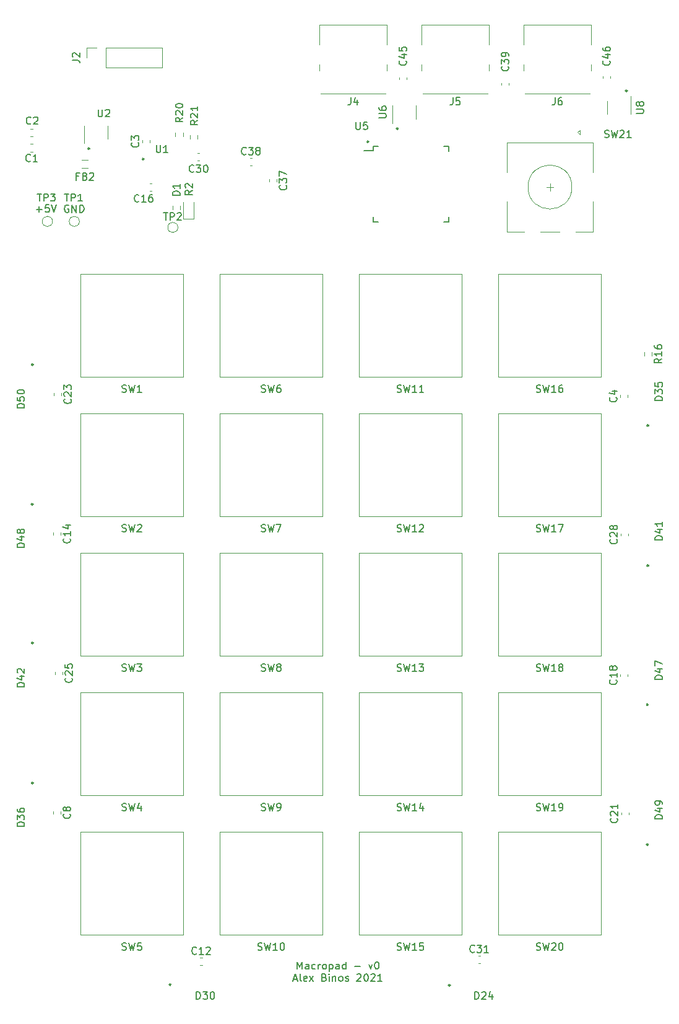
<source format=gbr>
%TF.GenerationSoftware,KiCad,Pcbnew,(5.1.8)-1*%
%TF.CreationDate,2021-08-19T19:14:59+10:00*%
%TF.ProjectId,Macropad,4d616372-6f70-4616-942e-6b696361645f,rev?*%
%TF.SameCoordinates,Original*%
%TF.FileFunction,Legend,Top*%
%TF.FilePolarity,Positive*%
%FSLAX46Y46*%
G04 Gerber Fmt 4.6, Leading zero omitted, Abs format (unit mm)*
G04 Created by KiCad (PCBNEW (5.1.8)-1) date 2021-08-19 19:14:59*
%MOMM*%
%LPD*%
G01*
G04 APERTURE LIST*
%ADD10C,0.150000*%
%ADD11C,0.250000*%
%ADD12C,0.120000*%
G04 APERTURE END LIST*
D10*
X82291571Y-185952380D02*
X82291571Y-184952380D01*
X82624904Y-185666666D01*
X82958238Y-184952380D01*
X82958238Y-185952380D01*
X83863000Y-185952380D02*
X83863000Y-185428571D01*
X83815380Y-185333333D01*
X83720142Y-185285714D01*
X83529666Y-185285714D01*
X83434428Y-185333333D01*
X83863000Y-185904761D02*
X83767761Y-185952380D01*
X83529666Y-185952380D01*
X83434428Y-185904761D01*
X83386809Y-185809523D01*
X83386809Y-185714285D01*
X83434428Y-185619047D01*
X83529666Y-185571428D01*
X83767761Y-185571428D01*
X83863000Y-185523809D01*
X84767761Y-185904761D02*
X84672523Y-185952380D01*
X84482047Y-185952380D01*
X84386809Y-185904761D01*
X84339190Y-185857142D01*
X84291571Y-185761904D01*
X84291571Y-185476190D01*
X84339190Y-185380952D01*
X84386809Y-185333333D01*
X84482047Y-185285714D01*
X84672523Y-185285714D01*
X84767761Y-185333333D01*
X85196333Y-185952380D02*
X85196333Y-185285714D01*
X85196333Y-185476190D02*
X85243952Y-185380952D01*
X85291571Y-185333333D01*
X85386809Y-185285714D01*
X85482047Y-185285714D01*
X85958238Y-185952380D02*
X85863000Y-185904761D01*
X85815380Y-185857142D01*
X85767761Y-185761904D01*
X85767761Y-185476190D01*
X85815380Y-185380952D01*
X85863000Y-185333333D01*
X85958238Y-185285714D01*
X86101095Y-185285714D01*
X86196333Y-185333333D01*
X86243952Y-185380952D01*
X86291571Y-185476190D01*
X86291571Y-185761904D01*
X86243952Y-185857142D01*
X86196333Y-185904761D01*
X86101095Y-185952380D01*
X85958238Y-185952380D01*
X86720142Y-185285714D02*
X86720142Y-186285714D01*
X86720142Y-185333333D02*
X86815380Y-185285714D01*
X87005857Y-185285714D01*
X87101095Y-185333333D01*
X87148714Y-185380952D01*
X87196333Y-185476190D01*
X87196333Y-185761904D01*
X87148714Y-185857142D01*
X87101095Y-185904761D01*
X87005857Y-185952380D01*
X86815380Y-185952380D01*
X86720142Y-185904761D01*
X88053476Y-185952380D02*
X88053476Y-185428571D01*
X88005857Y-185333333D01*
X87910619Y-185285714D01*
X87720142Y-185285714D01*
X87624904Y-185333333D01*
X88053476Y-185904761D02*
X87958238Y-185952380D01*
X87720142Y-185952380D01*
X87624904Y-185904761D01*
X87577285Y-185809523D01*
X87577285Y-185714285D01*
X87624904Y-185619047D01*
X87720142Y-185571428D01*
X87958238Y-185571428D01*
X88053476Y-185523809D01*
X88958238Y-185952380D02*
X88958238Y-184952380D01*
X88958238Y-185904761D02*
X88863000Y-185952380D01*
X88672523Y-185952380D01*
X88577285Y-185904761D01*
X88529666Y-185857142D01*
X88482047Y-185761904D01*
X88482047Y-185476190D01*
X88529666Y-185380952D01*
X88577285Y-185333333D01*
X88672523Y-185285714D01*
X88863000Y-185285714D01*
X88958238Y-185333333D01*
X90196333Y-185571428D02*
X90958238Y-185571428D01*
X92101095Y-185285714D02*
X92339190Y-185952380D01*
X92577285Y-185285714D01*
X93148714Y-184952380D02*
X93243952Y-184952380D01*
X93339190Y-185000000D01*
X93386809Y-185047619D01*
X93434428Y-185142857D01*
X93482047Y-185333333D01*
X93482047Y-185571428D01*
X93434428Y-185761904D01*
X93386809Y-185857142D01*
X93339190Y-185904761D01*
X93243952Y-185952380D01*
X93148714Y-185952380D01*
X93053476Y-185904761D01*
X93005857Y-185857142D01*
X92958238Y-185761904D01*
X92910619Y-185571428D01*
X92910619Y-185333333D01*
X92958238Y-185142857D01*
X93005857Y-185047619D01*
X93053476Y-185000000D01*
X93148714Y-184952380D01*
X81815380Y-187316666D02*
X82291571Y-187316666D01*
X81720142Y-187602380D02*
X82053476Y-186602380D01*
X82386809Y-187602380D01*
X82863000Y-187602380D02*
X82767761Y-187554761D01*
X82720142Y-187459523D01*
X82720142Y-186602380D01*
X83624904Y-187554761D02*
X83529666Y-187602380D01*
X83339190Y-187602380D01*
X83243952Y-187554761D01*
X83196333Y-187459523D01*
X83196333Y-187078571D01*
X83243952Y-186983333D01*
X83339190Y-186935714D01*
X83529666Y-186935714D01*
X83624904Y-186983333D01*
X83672523Y-187078571D01*
X83672523Y-187173809D01*
X83196333Y-187269047D01*
X84005857Y-187602380D02*
X84529666Y-186935714D01*
X84005857Y-186935714D02*
X84529666Y-187602380D01*
X86005857Y-187078571D02*
X86148714Y-187126190D01*
X86196333Y-187173809D01*
X86243952Y-187269047D01*
X86243952Y-187411904D01*
X86196333Y-187507142D01*
X86148714Y-187554761D01*
X86053476Y-187602380D01*
X85672523Y-187602380D01*
X85672523Y-186602380D01*
X86005857Y-186602380D01*
X86101095Y-186650000D01*
X86148714Y-186697619D01*
X86196333Y-186792857D01*
X86196333Y-186888095D01*
X86148714Y-186983333D01*
X86101095Y-187030952D01*
X86005857Y-187078571D01*
X85672523Y-187078571D01*
X86672523Y-187602380D02*
X86672523Y-186935714D01*
X86672523Y-186602380D02*
X86624904Y-186650000D01*
X86672523Y-186697619D01*
X86720142Y-186650000D01*
X86672523Y-186602380D01*
X86672523Y-186697619D01*
X87148714Y-186935714D02*
X87148714Y-187602380D01*
X87148714Y-187030952D02*
X87196333Y-186983333D01*
X87291571Y-186935714D01*
X87434428Y-186935714D01*
X87529666Y-186983333D01*
X87577285Y-187078571D01*
X87577285Y-187602380D01*
X88196333Y-187602380D02*
X88101095Y-187554761D01*
X88053476Y-187507142D01*
X88005857Y-187411904D01*
X88005857Y-187126190D01*
X88053476Y-187030952D01*
X88101095Y-186983333D01*
X88196333Y-186935714D01*
X88339190Y-186935714D01*
X88434428Y-186983333D01*
X88482047Y-187030952D01*
X88529666Y-187126190D01*
X88529666Y-187411904D01*
X88482047Y-187507142D01*
X88434428Y-187554761D01*
X88339190Y-187602380D01*
X88196333Y-187602380D01*
X88910619Y-187554761D02*
X89005857Y-187602380D01*
X89196333Y-187602380D01*
X89291571Y-187554761D01*
X89339190Y-187459523D01*
X89339190Y-187411904D01*
X89291571Y-187316666D01*
X89196333Y-187269047D01*
X89053476Y-187269047D01*
X88958238Y-187221428D01*
X88910619Y-187126190D01*
X88910619Y-187078571D01*
X88958238Y-186983333D01*
X89053476Y-186935714D01*
X89196333Y-186935714D01*
X89291571Y-186983333D01*
X90482047Y-186697619D02*
X90529666Y-186650000D01*
X90624904Y-186602380D01*
X90863000Y-186602380D01*
X90958238Y-186650000D01*
X91005857Y-186697619D01*
X91053476Y-186792857D01*
X91053476Y-186888095D01*
X91005857Y-187030952D01*
X90434428Y-187602380D01*
X91053476Y-187602380D01*
X91672523Y-186602380D02*
X91767761Y-186602380D01*
X91863000Y-186650000D01*
X91910619Y-186697619D01*
X91958238Y-186792857D01*
X92005857Y-186983333D01*
X92005857Y-187221428D01*
X91958238Y-187411904D01*
X91910619Y-187507142D01*
X91863000Y-187554761D01*
X91767761Y-187602380D01*
X91672523Y-187602380D01*
X91577285Y-187554761D01*
X91529666Y-187507142D01*
X91482047Y-187411904D01*
X91434428Y-187221428D01*
X91434428Y-186983333D01*
X91482047Y-186792857D01*
X91529666Y-186697619D01*
X91577285Y-186650000D01*
X91672523Y-186602380D01*
X92386809Y-186697619D02*
X92434428Y-186650000D01*
X92529666Y-186602380D01*
X92767761Y-186602380D01*
X92863000Y-186650000D01*
X92910619Y-186697619D01*
X92958238Y-186792857D01*
X92958238Y-186888095D01*
X92910619Y-187030952D01*
X92339190Y-187602380D01*
X92958238Y-187602380D01*
X93910619Y-187602380D02*
X93339190Y-187602380D01*
X93624904Y-187602380D02*
X93624904Y-186602380D01*
X93529666Y-186745238D01*
X93434428Y-186840476D01*
X93339190Y-186888095D01*
D11*
X46175600Y-103378000D02*
G75*
G03*
X46175600Y-103378000I-100000J0D01*
G01*
X46150200Y-122453400D02*
G75*
G03*
X46150200Y-122453400I-100000J0D01*
G01*
X46188300Y-141401800D02*
G75*
G03*
X46188300Y-141401800I-100000J0D01*
G01*
X46175600Y-160528000D02*
G75*
G03*
X46175600Y-160528000I-100000J0D01*
G01*
X65022400Y-188036200D02*
G75*
G03*
X65022400Y-188036200I-100000J0D01*
G01*
X103224000Y-188150500D02*
G75*
G03*
X103224000Y-188150500I-100000J0D01*
G01*
X130300400Y-168922700D02*
G75*
G03*
X130300400Y-168922700I-100000J0D01*
G01*
X130300400Y-149834600D02*
G75*
G03*
X130300400Y-149834600I-100000J0D01*
G01*
X130351200Y-130835400D02*
G75*
G03*
X130351200Y-130835400I-100000J0D01*
G01*
X130351200Y-111696500D02*
G75*
G03*
X130351200Y-111696500I-100000J0D01*
G01*
X61326700Y-75311000D02*
G75*
G03*
X61326700Y-75311000I-100000J0D01*
G01*
X53884500Y-73875900D02*
G75*
G03*
X53884500Y-73875900I-100000J0D01*
G01*
X127430200Y-65976500D02*
G75*
G03*
X127430200Y-65976500I-100000J0D01*
G01*
X96099300Y-71132700D02*
G75*
G03*
X96099300Y-71132700I-100000J0D01*
G01*
X92060700Y-72936100D02*
G75*
G03*
X92060700Y-72936100I-100000J0D01*
G01*
D10*
X51028695Y-81630900D02*
X50933457Y-81583280D01*
X50790600Y-81583280D01*
X50647742Y-81630900D01*
X50552504Y-81726138D01*
X50504885Y-81821376D01*
X50457266Y-82011852D01*
X50457266Y-82154709D01*
X50504885Y-82345185D01*
X50552504Y-82440423D01*
X50647742Y-82535661D01*
X50790600Y-82583280D01*
X50885838Y-82583280D01*
X51028695Y-82535661D01*
X51076314Y-82488042D01*
X51076314Y-82154709D01*
X50885838Y-82154709D01*
X51504885Y-82583280D02*
X51504885Y-81583280D01*
X52076314Y-82583280D01*
X52076314Y-81583280D01*
X52552504Y-82583280D02*
X52552504Y-81583280D01*
X52790600Y-81583280D01*
X52933457Y-81630900D01*
X53028695Y-81726138D01*
X53076314Y-81821376D01*
X53123933Y-82011852D01*
X53123933Y-82154709D01*
X53076314Y-82345185D01*
X53028695Y-82440423D01*
X52933457Y-82535661D01*
X52790600Y-82583280D01*
X52552504Y-82583280D01*
X46644085Y-82164228D02*
X47405990Y-82164228D01*
X47025038Y-82545180D02*
X47025038Y-81783276D01*
X48358371Y-81545180D02*
X47882180Y-81545180D01*
X47834561Y-82021371D01*
X47882180Y-81973752D01*
X47977419Y-81926133D01*
X48215514Y-81926133D01*
X48310752Y-81973752D01*
X48358371Y-82021371D01*
X48405990Y-82116609D01*
X48405990Y-82354704D01*
X48358371Y-82449942D01*
X48310752Y-82497561D01*
X48215514Y-82545180D01*
X47977419Y-82545180D01*
X47882180Y-82497561D01*
X47834561Y-82449942D01*
X48691704Y-81545180D02*
X49025038Y-82545180D01*
X49358371Y-81545180D01*
D12*
%TO.C,TP2*%
X65990700Y-84645500D02*
G75*
G03*
X65990700Y-84645500I-700000J0D01*
G01*
%TO.C,C30*%
X68655620Y-74496200D02*
X68936780Y-74496200D01*
X68655620Y-75516200D02*
X68936780Y-75516200D01*
%TO.C,C16*%
X62101820Y-78636400D02*
X62382980Y-78636400D01*
X62101820Y-79656400D02*
X62382980Y-79656400D01*
%TO.C,U8*%
X127949600Y-69183000D02*
X127949600Y-66733000D01*
X124729600Y-67383000D02*
X124729600Y-69183000D01*
%TO.C,U6*%
X95316400Y-68010200D02*
X95316400Y-70460200D01*
X98536400Y-69810200D02*
X98536400Y-68010200D01*
%TO.C,J5*%
X108515900Y-63259000D02*
X108515900Y-62359000D01*
X99325900Y-63259000D02*
X99325900Y-62359000D01*
X108515900Y-59659000D02*
X108515900Y-56929000D01*
X99325900Y-59659000D02*
X99325900Y-56929000D01*
X108395900Y-66339000D02*
X99445900Y-66339000D01*
X108515900Y-56929000D02*
X99325900Y-56929000D01*
%TO.C,SW12*%
X104790000Y-124094000D02*
X104790000Y-110094000D01*
X104790000Y-124094000D02*
X90790000Y-124094000D01*
X90790000Y-124094000D02*
X90790000Y-110094000D01*
X90790000Y-110094000D02*
X104790000Y-110094000D01*
%TO.C,SW7*%
X85740000Y-124094000D02*
X85740000Y-110094000D01*
X85740000Y-124094000D02*
X71740000Y-124094000D01*
X71740000Y-124094000D02*
X71740000Y-110094000D01*
X71740000Y-110094000D02*
X85740000Y-110094000D01*
%TO.C,SW17*%
X123840000Y-124094000D02*
X123840000Y-110094000D01*
X123840000Y-124094000D02*
X109840000Y-124094000D01*
X109840000Y-124094000D02*
X109840000Y-110094000D01*
X109840000Y-110094000D02*
X123840000Y-110094000D01*
%TO.C,SW2*%
X66690000Y-124094000D02*
X66690000Y-110094000D01*
X66690000Y-124094000D02*
X52690000Y-124094000D01*
X52690000Y-124094000D02*
X52690000Y-110094000D01*
X52690000Y-110094000D02*
X66690000Y-110094000D01*
%TO.C,C14*%
X48893000Y-126338420D02*
X48893000Y-126619580D01*
X49913000Y-126338420D02*
X49913000Y-126619580D01*
%TO.C,C23*%
X49020000Y-107288420D02*
X49020000Y-107569580D01*
X50040000Y-107288420D02*
X50040000Y-107569580D01*
%TO.C,SW16*%
X123840000Y-105044000D02*
X123840000Y-91044000D01*
X123840000Y-105044000D02*
X109840000Y-105044000D01*
X109840000Y-105044000D02*
X109840000Y-91044000D01*
X109840000Y-91044000D02*
X123840000Y-91044000D01*
%TO.C,SW18*%
X123840000Y-143144000D02*
X123840000Y-129144000D01*
X123840000Y-143144000D02*
X109840000Y-143144000D01*
X109840000Y-143144000D02*
X109840000Y-129144000D01*
X109840000Y-129144000D02*
X123840000Y-129144000D01*
%TO.C,SW8*%
X85740000Y-143144000D02*
X85740000Y-129144000D01*
X85740000Y-143144000D02*
X71740000Y-143144000D01*
X71740000Y-143144000D02*
X71740000Y-129144000D01*
X71740000Y-129144000D02*
X85740000Y-129144000D01*
%TO.C,SW11*%
X104790000Y-105044000D02*
X104790000Y-91044000D01*
X104790000Y-105044000D02*
X90790000Y-105044000D01*
X90790000Y-105044000D02*
X90790000Y-91044000D01*
X90790000Y-91044000D02*
X104790000Y-91044000D01*
%TO.C,SW6*%
X85740000Y-105044000D02*
X85740000Y-91044000D01*
X85740000Y-105044000D02*
X71740000Y-105044000D01*
X71740000Y-105044000D02*
X71740000Y-91044000D01*
X71740000Y-91044000D02*
X85740000Y-91044000D01*
%TO.C,SW13*%
X104790000Y-143144000D02*
X104790000Y-129144000D01*
X104790000Y-143144000D02*
X90790000Y-143144000D01*
X90790000Y-143144000D02*
X90790000Y-129144000D01*
X90790000Y-129144000D02*
X104790000Y-129144000D01*
%TO.C,SW3*%
X66690000Y-143144000D02*
X66690000Y-129144000D01*
X66690000Y-143144000D02*
X52690000Y-143144000D01*
X52690000Y-143144000D02*
X52690000Y-129144000D01*
X52690000Y-129144000D02*
X66690000Y-129144000D01*
%TO.C,SW1*%
X66690000Y-105044000D02*
X66690000Y-91044000D01*
X66690000Y-105044000D02*
X52690000Y-105044000D01*
X52690000Y-105044000D02*
X52690000Y-91044000D01*
X52690000Y-91044000D02*
X66690000Y-91044000D01*
%TO.C,C39*%
X111264160Y-65171900D02*
X111264160Y-64890740D01*
X110244160Y-65171900D02*
X110244160Y-64890740D01*
%TO.C,C46*%
X125097000Y-64275580D02*
X125097000Y-63994420D01*
X124077000Y-64275580D02*
X124077000Y-63994420D01*
%TO.C,C45*%
X97314480Y-64420060D02*
X97314480Y-64138900D01*
X96294480Y-64420060D02*
X96294480Y-64138900D01*
%TO.C,C38*%
X75818420Y-76202000D02*
X76099580Y-76202000D01*
X75818420Y-75182000D02*
X76099580Y-75182000D01*
%TO.C,C37*%
X78484000Y-78091420D02*
X78484000Y-78372580D01*
X79504000Y-78091420D02*
X79504000Y-78372580D01*
D10*
%TO.C,U5*%
X92675960Y-74114600D02*
X91400960Y-74114600D01*
X103025960Y-73539600D02*
X102350960Y-73539600D01*
X103025960Y-83889600D02*
X102350960Y-83889600D01*
X92675960Y-83889600D02*
X93350960Y-83889600D01*
X92675960Y-73539600D02*
X93350960Y-73539600D01*
X92675960Y-83889600D02*
X92675960Y-83214600D01*
X103025960Y-83889600D02*
X103025960Y-83214600D01*
X103025960Y-73539600D02*
X103025960Y-74214600D01*
X92675960Y-73539600D02*
X92675960Y-74114600D01*
D12*
%TO.C,U2*%
X53127000Y-70728000D02*
X53127000Y-73178000D01*
X56347000Y-72528000D02*
X56347000Y-70728000D01*
%TO.C,R2*%
X65238100Y-81729042D02*
X65238100Y-82203558D01*
X66283100Y-81729042D02*
X66283100Y-82203558D01*
%TO.C,J6*%
X122485900Y-63259000D02*
X122485900Y-62359000D01*
X113295900Y-63259000D02*
X113295900Y-62359000D01*
X122485900Y-59659000D02*
X122485900Y-56929000D01*
X113295900Y-59659000D02*
X113295900Y-56929000D01*
X122365900Y-66339000D02*
X113415900Y-66339000D01*
X122485900Y-56929000D02*
X113295900Y-56929000D01*
%TO.C,J4*%
X94545900Y-63259000D02*
X94545900Y-62359000D01*
X85355900Y-63259000D02*
X85355900Y-62359000D01*
X94545900Y-59659000D02*
X94545900Y-56929000D01*
X85355900Y-59659000D02*
X85355900Y-56929000D01*
X94425900Y-66339000D02*
X85475900Y-66339000D01*
X94545900Y-56929000D02*
X85355900Y-56929000D01*
%TO.C,FB2*%
X53633722Y-75386000D02*
X52834478Y-75386000D01*
X53633722Y-76506000D02*
X52834478Y-76506000D01*
%TO.C,D1*%
X68146600Y-83476300D02*
X68146600Y-81191300D01*
X66676600Y-83476300D02*
X68146600Y-83476300D01*
X66676600Y-81191300D02*
X66676600Y-83476300D01*
%TO.C,C3*%
X62130400Y-73038580D02*
X62130400Y-72757420D01*
X61110400Y-73038580D02*
X61110400Y-72757420D01*
%TO.C,C2*%
X46114580Y-71206900D02*
X45833420Y-71206900D01*
X46114580Y-72226900D02*
X45833420Y-72226900D01*
%TO.C,C1*%
X46114880Y-73264300D02*
X45833720Y-73264300D01*
X46114880Y-74284300D02*
X45833720Y-74284300D01*
%TO.C,TP3*%
X48833000Y-83820000D02*
G75*
G03*
X48833000Y-83820000I-700000J0D01*
G01*
%TO.C,TP1*%
X52516000Y-83820000D02*
G75*
G03*
X52516000Y-83820000I-700000J0D01*
G01*
%TO.C,SW21*%
X119880000Y-79128000D02*
G75*
G03*
X119880000Y-79128000I-3000000J0D01*
G01*
X122780000Y-81128000D02*
X122780000Y-85228000D01*
X110980000Y-85228000D02*
X110980000Y-81128000D01*
X110980000Y-77128000D02*
X110980000Y-73028000D01*
X122780000Y-77128000D02*
X122780000Y-73028000D01*
X122780000Y-73028000D02*
X110980000Y-73028000D01*
X120680000Y-71628000D02*
X120980000Y-71328000D01*
X120980000Y-71328000D02*
X120980000Y-71928000D01*
X120980000Y-71928000D02*
X120680000Y-71628000D01*
X122780000Y-85228000D02*
X120380000Y-85228000D01*
X118180000Y-85228000D02*
X115580000Y-85228000D01*
X113380000Y-85228000D02*
X110980000Y-85228000D01*
X117380000Y-79128000D02*
X116380000Y-79128000D01*
X116880000Y-78628000D02*
X116880000Y-79628000D01*
%TO.C,SW20*%
X123840000Y-181244000D02*
X123840000Y-167244000D01*
X123840000Y-181244000D02*
X109840000Y-181244000D01*
X109840000Y-181244000D02*
X109840000Y-167244000D01*
X109840000Y-167244000D02*
X123840000Y-167244000D01*
%TO.C,SW19*%
X123840000Y-162194000D02*
X123840000Y-148194000D01*
X123840000Y-162194000D02*
X109840000Y-162194000D01*
X109840000Y-162194000D02*
X109840000Y-148194000D01*
X109840000Y-148194000D02*
X123840000Y-148194000D01*
%TO.C,SW15*%
X104790000Y-181244000D02*
X104790000Y-167244000D01*
X104790000Y-181244000D02*
X90790000Y-181244000D01*
X90790000Y-181244000D02*
X90790000Y-167244000D01*
X90790000Y-167244000D02*
X104790000Y-167244000D01*
%TO.C,SW14*%
X104790000Y-162194000D02*
X104790000Y-148194000D01*
X104790000Y-162194000D02*
X90790000Y-162194000D01*
X90790000Y-162194000D02*
X90790000Y-148194000D01*
X90790000Y-148194000D02*
X104790000Y-148194000D01*
%TO.C,SW10*%
X85740000Y-181244000D02*
X85740000Y-167244000D01*
X85740000Y-181244000D02*
X71740000Y-181244000D01*
X71740000Y-181244000D02*
X71740000Y-167244000D01*
X71740000Y-167244000D02*
X85740000Y-167244000D01*
%TO.C,SW9*%
X85740000Y-162194000D02*
X85740000Y-148194000D01*
X85740000Y-162194000D02*
X71740000Y-162194000D01*
X71740000Y-162194000D02*
X71740000Y-148194000D01*
X71740000Y-148194000D02*
X85740000Y-148194000D01*
%TO.C,SW5*%
X66690000Y-181244000D02*
X66690000Y-167244000D01*
X66690000Y-181244000D02*
X52690000Y-181244000D01*
X52690000Y-181244000D02*
X52690000Y-167244000D01*
X52690000Y-167244000D02*
X66690000Y-167244000D01*
%TO.C,SW4*%
X52690000Y-148194000D02*
X66690000Y-148194000D01*
X52690000Y-162194000D02*
X52690000Y-148194000D01*
X66690000Y-162194000D02*
X52690000Y-162194000D01*
X66690000Y-162194000D02*
X66690000Y-148194000D01*
%TO.C,R21*%
X67651100Y-72538858D02*
X67651100Y-72064342D01*
X68696100Y-72538858D02*
X68696100Y-72064342D01*
%TO.C,R20*%
X65644500Y-72182258D02*
X65644500Y-71707742D01*
X66689500Y-72182258D02*
X66689500Y-71707742D01*
%TO.C,R16*%
X129779500Y-101680742D02*
X129779500Y-102155258D01*
X130824500Y-101680742D02*
X130824500Y-102155258D01*
%TO.C,J2*%
X56121300Y-62785300D02*
X56121300Y-60125300D01*
X56121300Y-62785300D02*
X63801300Y-62785300D01*
X63801300Y-62785300D02*
X63801300Y-60125300D01*
X56121300Y-60125300D02*
X63801300Y-60125300D01*
X53521300Y-60125300D02*
X54851300Y-60125300D01*
X53521300Y-61455300D02*
X53521300Y-60125300D01*
%TO.C,C31*%
X107060420Y-185168000D02*
X107341580Y-185168000D01*
X107060420Y-184148000D02*
X107341580Y-184148000D01*
%TO.C,C28*%
X126553500Y-126746580D02*
X126553500Y-126465420D01*
X127573500Y-126746580D02*
X127573500Y-126465420D01*
%TO.C,C25*%
X49147000Y-145388420D02*
X49147000Y-145669580D01*
X50167000Y-145388420D02*
X50167000Y-145669580D01*
%TO.C,C21*%
X127637000Y-164846580D02*
X127637000Y-164565420D01*
X126617000Y-164846580D02*
X126617000Y-164565420D01*
%TO.C,C18*%
X127510000Y-145949580D02*
X127510000Y-145668420D01*
X126490000Y-145949580D02*
X126490000Y-145668420D01*
%TO.C,C12*%
X69023920Y-185422000D02*
X69305080Y-185422000D01*
X69023920Y-184402000D02*
X69305080Y-184402000D01*
%TO.C,C8*%
X48893000Y-164438420D02*
X48893000Y-164719580D01*
X49913000Y-164438420D02*
X49913000Y-164719580D01*
%TO.C,C4*%
X126490000Y-107823580D02*
X126490000Y-107542420D01*
X127510000Y-107823580D02*
X127510000Y-107542420D01*
%TO.C,D50*%
D10*
X44986200Y-109286205D02*
X43986200Y-109286205D01*
X43986200Y-109048110D01*
X44033820Y-108905253D01*
X44129058Y-108810015D01*
X44224296Y-108762396D01*
X44414772Y-108714777D01*
X44557629Y-108714777D01*
X44748105Y-108762396D01*
X44843343Y-108810015D01*
X44938581Y-108905253D01*
X44986200Y-109048110D01*
X44986200Y-109286205D01*
X43986200Y-107810015D02*
X43986200Y-108286205D01*
X44462391Y-108333824D01*
X44414772Y-108286205D01*
X44367153Y-108190967D01*
X44367153Y-107952872D01*
X44414772Y-107857634D01*
X44462391Y-107810015D01*
X44557629Y-107762396D01*
X44795724Y-107762396D01*
X44890962Y-107810015D01*
X44938581Y-107857634D01*
X44986200Y-107952872D01*
X44986200Y-108190967D01*
X44938581Y-108286205D01*
X44890962Y-108333824D01*
X43986200Y-107143348D02*
X43986200Y-107048110D01*
X44033820Y-106952872D01*
X44081439Y-106905253D01*
X44176677Y-106857634D01*
X44367153Y-106810015D01*
X44605248Y-106810015D01*
X44795724Y-106857634D01*
X44890962Y-106905253D01*
X44938581Y-106952872D01*
X44986200Y-107048110D01*
X44986200Y-107143348D01*
X44938581Y-107238586D01*
X44890962Y-107286205D01*
X44795724Y-107333824D01*
X44605248Y-107381443D01*
X44367153Y-107381443D01*
X44176677Y-107333824D01*
X44081439Y-107286205D01*
X44033820Y-107238586D01*
X43986200Y-107143348D01*
%TO.C,D49*%
X132258060Y-165430365D02*
X131258060Y-165430365D01*
X131258060Y-165192270D01*
X131305680Y-165049413D01*
X131400918Y-164954175D01*
X131496156Y-164906556D01*
X131686632Y-164858937D01*
X131829489Y-164858937D01*
X132019965Y-164906556D01*
X132115203Y-164954175D01*
X132210441Y-165049413D01*
X132258060Y-165192270D01*
X132258060Y-165430365D01*
X131591394Y-164001794D02*
X132258060Y-164001794D01*
X131210441Y-164239889D02*
X131924727Y-164477984D01*
X131924727Y-163858937D01*
X132258060Y-163430365D02*
X132258060Y-163239889D01*
X132210441Y-163144651D01*
X132162822Y-163097032D01*
X132019965Y-163001794D01*
X131829489Y-162954175D01*
X131448537Y-162954175D01*
X131353299Y-163001794D01*
X131305680Y-163049413D01*
X131258060Y-163144651D01*
X131258060Y-163335127D01*
X131305680Y-163430365D01*
X131353299Y-163477984D01*
X131448537Y-163525603D01*
X131686632Y-163525603D01*
X131781870Y-163477984D01*
X131829489Y-163430365D01*
X131877108Y-163335127D01*
X131877108Y-163144651D01*
X131829489Y-163049413D01*
X131781870Y-163001794D01*
X131686632Y-162954175D01*
%TO.C,D48*%
X44986200Y-128336205D02*
X43986200Y-128336205D01*
X43986200Y-128098110D01*
X44033820Y-127955253D01*
X44129058Y-127860015D01*
X44224296Y-127812396D01*
X44414772Y-127764777D01*
X44557629Y-127764777D01*
X44748105Y-127812396D01*
X44843343Y-127860015D01*
X44938581Y-127955253D01*
X44986200Y-128098110D01*
X44986200Y-128336205D01*
X44319534Y-126907634D02*
X44986200Y-126907634D01*
X43938581Y-127145729D02*
X44652867Y-127383824D01*
X44652867Y-126764777D01*
X44414772Y-126240967D02*
X44367153Y-126336205D01*
X44319534Y-126383824D01*
X44224296Y-126431443D01*
X44176677Y-126431443D01*
X44081439Y-126383824D01*
X44033820Y-126336205D01*
X43986200Y-126240967D01*
X43986200Y-126050491D01*
X44033820Y-125955253D01*
X44081439Y-125907634D01*
X44176677Y-125860015D01*
X44224296Y-125860015D01*
X44319534Y-125907634D01*
X44367153Y-125955253D01*
X44414772Y-126050491D01*
X44414772Y-126240967D01*
X44462391Y-126336205D01*
X44510010Y-126383824D01*
X44605248Y-126431443D01*
X44795724Y-126431443D01*
X44890962Y-126383824D01*
X44938581Y-126336205D01*
X44986200Y-126240967D01*
X44986200Y-126050491D01*
X44938581Y-125955253D01*
X44890962Y-125907634D01*
X44795724Y-125860015D01*
X44605248Y-125860015D01*
X44510010Y-125907634D01*
X44462391Y-125955253D01*
X44414772Y-126050491D01*
%TO.C,D47*%
X132258060Y-146380365D02*
X131258060Y-146380365D01*
X131258060Y-146142270D01*
X131305680Y-145999413D01*
X131400918Y-145904175D01*
X131496156Y-145856556D01*
X131686632Y-145808937D01*
X131829489Y-145808937D01*
X132019965Y-145856556D01*
X132115203Y-145904175D01*
X132210441Y-145999413D01*
X132258060Y-146142270D01*
X132258060Y-146380365D01*
X131591394Y-144951794D02*
X132258060Y-144951794D01*
X131210441Y-145189889D02*
X131924727Y-145427984D01*
X131924727Y-144808937D01*
X131258060Y-144523222D02*
X131258060Y-143856556D01*
X132258060Y-144285127D01*
%TO.C,D42*%
X44986200Y-147386205D02*
X43986200Y-147386205D01*
X43986200Y-147148110D01*
X44033820Y-147005253D01*
X44129058Y-146910015D01*
X44224296Y-146862396D01*
X44414772Y-146814777D01*
X44557629Y-146814777D01*
X44748105Y-146862396D01*
X44843343Y-146910015D01*
X44938581Y-147005253D01*
X44986200Y-147148110D01*
X44986200Y-147386205D01*
X44319534Y-145957634D02*
X44986200Y-145957634D01*
X43938581Y-146195729D02*
X44652867Y-146433824D01*
X44652867Y-145814777D01*
X44081439Y-145481443D02*
X44033820Y-145433824D01*
X43986200Y-145338586D01*
X43986200Y-145100491D01*
X44033820Y-145005253D01*
X44081439Y-144957634D01*
X44176677Y-144910015D01*
X44271915Y-144910015D01*
X44414772Y-144957634D01*
X44986200Y-145529062D01*
X44986200Y-144910015D01*
%TO.C,D41*%
X132258060Y-127330365D02*
X131258060Y-127330365D01*
X131258060Y-127092270D01*
X131305680Y-126949413D01*
X131400918Y-126854175D01*
X131496156Y-126806556D01*
X131686632Y-126758937D01*
X131829489Y-126758937D01*
X132019965Y-126806556D01*
X132115203Y-126854175D01*
X132210441Y-126949413D01*
X132258060Y-127092270D01*
X132258060Y-127330365D01*
X131591394Y-125901794D02*
X132258060Y-125901794D01*
X131210441Y-126139889D02*
X131924727Y-126377984D01*
X131924727Y-125758937D01*
X132258060Y-124854175D02*
X132258060Y-125425603D01*
X132258060Y-125139889D02*
X131258060Y-125139889D01*
X131400918Y-125235127D01*
X131496156Y-125330365D01*
X131543775Y-125425603D01*
%TO.C,D36*%
X44986200Y-166436205D02*
X43986200Y-166436205D01*
X43986200Y-166198110D01*
X44033820Y-166055253D01*
X44129058Y-165960015D01*
X44224296Y-165912396D01*
X44414772Y-165864777D01*
X44557629Y-165864777D01*
X44748105Y-165912396D01*
X44843343Y-165960015D01*
X44938581Y-166055253D01*
X44986200Y-166198110D01*
X44986200Y-166436205D01*
X43986200Y-165531443D02*
X43986200Y-164912396D01*
X44367153Y-165245729D01*
X44367153Y-165102872D01*
X44414772Y-165007634D01*
X44462391Y-164960015D01*
X44557629Y-164912396D01*
X44795724Y-164912396D01*
X44890962Y-164960015D01*
X44938581Y-165007634D01*
X44986200Y-165102872D01*
X44986200Y-165388586D01*
X44938581Y-165483824D01*
X44890962Y-165531443D01*
X43986200Y-164055253D02*
X43986200Y-164245729D01*
X44033820Y-164340967D01*
X44081439Y-164388586D01*
X44224296Y-164483824D01*
X44414772Y-164531443D01*
X44795724Y-164531443D01*
X44890962Y-164483824D01*
X44938581Y-164436205D01*
X44986200Y-164340967D01*
X44986200Y-164150491D01*
X44938581Y-164055253D01*
X44890962Y-164007634D01*
X44795724Y-163960015D01*
X44557629Y-163960015D01*
X44462391Y-164007634D01*
X44414772Y-164055253D01*
X44367153Y-164150491D01*
X44367153Y-164340967D01*
X44414772Y-164436205D01*
X44462391Y-164483824D01*
X44557629Y-164531443D01*
%TO.C,D35*%
X132258060Y-108280365D02*
X131258060Y-108280365D01*
X131258060Y-108042270D01*
X131305680Y-107899413D01*
X131400918Y-107804175D01*
X131496156Y-107756556D01*
X131686632Y-107708937D01*
X131829489Y-107708937D01*
X132019965Y-107756556D01*
X132115203Y-107804175D01*
X132210441Y-107899413D01*
X132258060Y-108042270D01*
X132258060Y-108280365D01*
X131258060Y-107375603D02*
X131258060Y-106756556D01*
X131639013Y-107089889D01*
X131639013Y-106947032D01*
X131686632Y-106851794D01*
X131734251Y-106804175D01*
X131829489Y-106756556D01*
X132067584Y-106756556D01*
X132162822Y-106804175D01*
X132210441Y-106851794D01*
X132258060Y-106947032D01*
X132258060Y-107232746D01*
X132210441Y-107327984D01*
X132162822Y-107375603D01*
X131258060Y-105851794D02*
X131258060Y-106327984D01*
X131734251Y-106375603D01*
X131686632Y-106327984D01*
X131639013Y-106232746D01*
X131639013Y-105994651D01*
X131686632Y-105899413D01*
X131734251Y-105851794D01*
X131829489Y-105804175D01*
X132067584Y-105804175D01*
X132162822Y-105851794D01*
X132210441Y-105899413D01*
X132258060Y-105994651D01*
X132258060Y-106232746D01*
X132210441Y-106327984D01*
X132162822Y-106375603D01*
%TO.C,D30*%
X68503634Y-190043060D02*
X68503634Y-189043060D01*
X68741729Y-189043060D01*
X68884586Y-189090680D01*
X68979824Y-189185918D01*
X69027443Y-189281156D01*
X69075062Y-189471632D01*
X69075062Y-189614489D01*
X69027443Y-189804965D01*
X68979824Y-189900203D01*
X68884586Y-189995441D01*
X68741729Y-190043060D01*
X68503634Y-190043060D01*
X69408396Y-189043060D02*
X70027443Y-189043060D01*
X69694110Y-189424013D01*
X69836967Y-189424013D01*
X69932205Y-189471632D01*
X69979824Y-189519251D01*
X70027443Y-189614489D01*
X70027443Y-189852584D01*
X69979824Y-189947822D01*
X69932205Y-189995441D01*
X69836967Y-190043060D01*
X69551253Y-190043060D01*
X69456015Y-189995441D01*
X69408396Y-189947822D01*
X70646491Y-189043060D02*
X70741729Y-189043060D01*
X70836967Y-189090680D01*
X70884586Y-189138299D01*
X70932205Y-189233537D01*
X70979824Y-189424013D01*
X70979824Y-189662108D01*
X70932205Y-189852584D01*
X70884586Y-189947822D01*
X70836967Y-189995441D01*
X70741729Y-190043060D01*
X70646491Y-190043060D01*
X70551253Y-189995441D01*
X70503634Y-189947822D01*
X70456015Y-189852584D01*
X70408396Y-189662108D01*
X70408396Y-189424013D01*
X70456015Y-189233537D01*
X70503634Y-189138299D01*
X70551253Y-189090680D01*
X70646491Y-189043060D01*
%TO.C,D24*%
X106603634Y-190043060D02*
X106603634Y-189043060D01*
X106841729Y-189043060D01*
X106984586Y-189090680D01*
X107079824Y-189185918D01*
X107127443Y-189281156D01*
X107175062Y-189471632D01*
X107175062Y-189614489D01*
X107127443Y-189804965D01*
X107079824Y-189900203D01*
X106984586Y-189995441D01*
X106841729Y-190043060D01*
X106603634Y-190043060D01*
X107556015Y-189138299D02*
X107603634Y-189090680D01*
X107698872Y-189043060D01*
X107936967Y-189043060D01*
X108032205Y-189090680D01*
X108079824Y-189138299D01*
X108127443Y-189233537D01*
X108127443Y-189328775D01*
X108079824Y-189471632D01*
X107508396Y-190043060D01*
X108127443Y-190043060D01*
X108984586Y-189376394D02*
X108984586Y-190043060D01*
X108746491Y-188995441D02*
X108508396Y-189709727D01*
X109127443Y-189709727D01*
%TO.C,TP2*%
X64028795Y-82649880D02*
X64600223Y-82649880D01*
X64314509Y-83649880D02*
X64314509Y-82649880D01*
X64933557Y-83649880D02*
X64933557Y-82649880D01*
X65314509Y-82649880D01*
X65409747Y-82697500D01*
X65457366Y-82745119D01*
X65504985Y-82840357D01*
X65504985Y-82983214D01*
X65457366Y-83078452D01*
X65409747Y-83126071D01*
X65314509Y-83173690D01*
X64933557Y-83173690D01*
X65885938Y-82745119D02*
X65933557Y-82697500D01*
X66028795Y-82649880D01*
X66266890Y-82649880D01*
X66362128Y-82697500D01*
X66409747Y-82745119D01*
X66457366Y-82840357D01*
X66457366Y-82935595D01*
X66409747Y-83078452D01*
X65838319Y-83649880D01*
X66457366Y-83649880D01*
%TO.C,C30*%
X68165742Y-77014342D02*
X68118123Y-77061961D01*
X67975266Y-77109580D01*
X67880028Y-77109580D01*
X67737171Y-77061961D01*
X67641933Y-76966723D01*
X67594314Y-76871485D01*
X67546695Y-76681009D01*
X67546695Y-76538152D01*
X67594314Y-76347676D01*
X67641933Y-76252438D01*
X67737171Y-76157200D01*
X67880028Y-76109580D01*
X67975266Y-76109580D01*
X68118123Y-76157200D01*
X68165742Y-76204819D01*
X68499076Y-76109580D02*
X69118123Y-76109580D01*
X68784790Y-76490533D01*
X68927647Y-76490533D01*
X69022885Y-76538152D01*
X69070504Y-76585771D01*
X69118123Y-76681009D01*
X69118123Y-76919104D01*
X69070504Y-77014342D01*
X69022885Y-77061961D01*
X68927647Y-77109580D01*
X68641933Y-77109580D01*
X68546695Y-77061961D01*
X68499076Y-77014342D01*
X69737171Y-76109580D02*
X69832409Y-76109580D01*
X69927647Y-76157200D01*
X69975266Y-76204819D01*
X70022885Y-76300057D01*
X70070504Y-76490533D01*
X70070504Y-76728628D01*
X70022885Y-76919104D01*
X69975266Y-77014342D01*
X69927647Y-77061961D01*
X69832409Y-77109580D01*
X69737171Y-77109580D01*
X69641933Y-77061961D01*
X69594314Y-77014342D01*
X69546695Y-76919104D01*
X69499076Y-76728628D01*
X69499076Y-76490533D01*
X69546695Y-76300057D01*
X69594314Y-76204819D01*
X69641933Y-76157200D01*
X69737171Y-76109580D01*
%TO.C,C16*%
X60647342Y-81065642D02*
X60599723Y-81113261D01*
X60456866Y-81160880D01*
X60361628Y-81160880D01*
X60218771Y-81113261D01*
X60123533Y-81018023D01*
X60075914Y-80922785D01*
X60028295Y-80732309D01*
X60028295Y-80589452D01*
X60075914Y-80398976D01*
X60123533Y-80303738D01*
X60218771Y-80208500D01*
X60361628Y-80160880D01*
X60456866Y-80160880D01*
X60599723Y-80208500D01*
X60647342Y-80256119D01*
X61599723Y-81160880D02*
X61028295Y-81160880D01*
X61314009Y-81160880D02*
X61314009Y-80160880D01*
X61218771Y-80303738D01*
X61123533Y-80398976D01*
X61028295Y-80446595D01*
X62456866Y-80160880D02*
X62266390Y-80160880D01*
X62171152Y-80208500D01*
X62123533Y-80256119D01*
X62028295Y-80398976D01*
X61980676Y-80589452D01*
X61980676Y-80970404D01*
X62028295Y-81065642D01*
X62075914Y-81113261D01*
X62171152Y-81160880D01*
X62361628Y-81160880D01*
X62456866Y-81113261D01*
X62504485Y-81065642D01*
X62552104Y-80970404D01*
X62552104Y-80732309D01*
X62504485Y-80637071D01*
X62456866Y-80589452D01*
X62361628Y-80541833D01*
X62171152Y-80541833D01*
X62075914Y-80589452D01*
X62028295Y-80637071D01*
X61980676Y-80732309D01*
%TO.C,U8*%
X128691980Y-69044904D02*
X129501504Y-69044904D01*
X129596742Y-68997285D01*
X129644361Y-68949666D01*
X129691980Y-68854428D01*
X129691980Y-68663952D01*
X129644361Y-68568714D01*
X129596742Y-68521095D01*
X129501504Y-68473476D01*
X128691980Y-68473476D01*
X129120552Y-67854428D02*
X129072933Y-67949666D01*
X129025314Y-67997285D01*
X128930076Y-68044904D01*
X128882457Y-68044904D01*
X128787219Y-67997285D01*
X128739600Y-67949666D01*
X128691980Y-67854428D01*
X128691980Y-67663952D01*
X128739600Y-67568714D01*
X128787219Y-67521095D01*
X128882457Y-67473476D01*
X128930076Y-67473476D01*
X129025314Y-67521095D01*
X129072933Y-67568714D01*
X129120552Y-67663952D01*
X129120552Y-67854428D01*
X129168171Y-67949666D01*
X129215790Y-67997285D01*
X129311028Y-68044904D01*
X129501504Y-68044904D01*
X129596742Y-67997285D01*
X129644361Y-67949666D01*
X129691980Y-67854428D01*
X129691980Y-67663952D01*
X129644361Y-67568714D01*
X129596742Y-67521095D01*
X129501504Y-67473476D01*
X129311028Y-67473476D01*
X129215790Y-67521095D01*
X129168171Y-67568714D01*
X129120552Y-67663952D01*
%TO.C,U6*%
X93478780Y-69672104D02*
X94288304Y-69672104D01*
X94383542Y-69624485D01*
X94431161Y-69576866D01*
X94478780Y-69481628D01*
X94478780Y-69291152D01*
X94431161Y-69195914D01*
X94383542Y-69148295D01*
X94288304Y-69100676D01*
X93478780Y-69100676D01*
X93478780Y-68195914D02*
X93478780Y-68386390D01*
X93526400Y-68481628D01*
X93574019Y-68529247D01*
X93716876Y-68624485D01*
X93907352Y-68672104D01*
X94288304Y-68672104D01*
X94383542Y-68624485D01*
X94431161Y-68576866D01*
X94478780Y-68481628D01*
X94478780Y-68291152D01*
X94431161Y-68195914D01*
X94383542Y-68148295D01*
X94288304Y-68100676D01*
X94050209Y-68100676D01*
X93954971Y-68148295D01*
X93907352Y-68195914D01*
X93859733Y-68291152D01*
X93859733Y-68481628D01*
X93907352Y-68576866D01*
X93954971Y-68624485D01*
X94050209Y-68672104D01*
%TO.C,J5*%
X103587566Y-66911380D02*
X103587566Y-67625666D01*
X103539947Y-67768523D01*
X103444709Y-67863761D01*
X103301852Y-67911380D01*
X103206614Y-67911380D01*
X104539947Y-66911380D02*
X104063757Y-66911380D01*
X104016138Y-67387571D01*
X104063757Y-67339952D01*
X104158995Y-67292333D01*
X104397090Y-67292333D01*
X104492328Y-67339952D01*
X104539947Y-67387571D01*
X104587566Y-67482809D01*
X104587566Y-67720904D01*
X104539947Y-67816142D01*
X104492328Y-67863761D01*
X104397090Y-67911380D01*
X104158995Y-67911380D01*
X104063757Y-67863761D01*
X104016138Y-67816142D01*
%TO.C,SW12*%
X95980476Y-126161261D02*
X96123333Y-126208880D01*
X96361428Y-126208880D01*
X96456666Y-126161261D01*
X96504285Y-126113642D01*
X96551904Y-126018404D01*
X96551904Y-125923166D01*
X96504285Y-125827928D01*
X96456666Y-125780309D01*
X96361428Y-125732690D01*
X96170952Y-125685071D01*
X96075714Y-125637452D01*
X96028095Y-125589833D01*
X95980476Y-125494595D01*
X95980476Y-125399357D01*
X96028095Y-125304119D01*
X96075714Y-125256500D01*
X96170952Y-125208880D01*
X96409047Y-125208880D01*
X96551904Y-125256500D01*
X96885238Y-125208880D02*
X97123333Y-126208880D01*
X97313809Y-125494595D01*
X97504285Y-126208880D01*
X97742380Y-125208880D01*
X98647142Y-126208880D02*
X98075714Y-126208880D01*
X98361428Y-126208880D02*
X98361428Y-125208880D01*
X98266190Y-125351738D01*
X98170952Y-125446976D01*
X98075714Y-125494595D01*
X99028095Y-125304119D02*
X99075714Y-125256500D01*
X99170952Y-125208880D01*
X99409047Y-125208880D01*
X99504285Y-125256500D01*
X99551904Y-125304119D01*
X99599523Y-125399357D01*
X99599523Y-125494595D01*
X99551904Y-125637452D01*
X98980476Y-126208880D01*
X99599523Y-126208880D01*
%TO.C,SW7*%
X77406666Y-126161261D02*
X77549523Y-126208880D01*
X77787619Y-126208880D01*
X77882857Y-126161261D01*
X77930476Y-126113642D01*
X77978095Y-126018404D01*
X77978095Y-125923166D01*
X77930476Y-125827928D01*
X77882857Y-125780309D01*
X77787619Y-125732690D01*
X77597142Y-125685071D01*
X77501904Y-125637452D01*
X77454285Y-125589833D01*
X77406666Y-125494595D01*
X77406666Y-125399357D01*
X77454285Y-125304119D01*
X77501904Y-125256500D01*
X77597142Y-125208880D01*
X77835238Y-125208880D01*
X77978095Y-125256500D01*
X78311428Y-125208880D02*
X78549523Y-126208880D01*
X78740000Y-125494595D01*
X78930476Y-126208880D01*
X79168571Y-125208880D01*
X79454285Y-125208880D02*
X80120952Y-125208880D01*
X79692380Y-126208880D01*
%TO.C,SW17*%
X115030476Y-126161261D02*
X115173333Y-126208880D01*
X115411428Y-126208880D01*
X115506666Y-126161261D01*
X115554285Y-126113642D01*
X115601904Y-126018404D01*
X115601904Y-125923166D01*
X115554285Y-125827928D01*
X115506666Y-125780309D01*
X115411428Y-125732690D01*
X115220952Y-125685071D01*
X115125714Y-125637452D01*
X115078095Y-125589833D01*
X115030476Y-125494595D01*
X115030476Y-125399357D01*
X115078095Y-125304119D01*
X115125714Y-125256500D01*
X115220952Y-125208880D01*
X115459047Y-125208880D01*
X115601904Y-125256500D01*
X115935238Y-125208880D02*
X116173333Y-126208880D01*
X116363809Y-125494595D01*
X116554285Y-126208880D01*
X116792380Y-125208880D01*
X117697142Y-126208880D02*
X117125714Y-126208880D01*
X117411428Y-126208880D02*
X117411428Y-125208880D01*
X117316190Y-125351738D01*
X117220952Y-125446976D01*
X117125714Y-125494595D01*
X118030476Y-125208880D02*
X118697142Y-125208880D01*
X118268571Y-126208880D01*
%TO.C,SW2*%
X58356666Y-126161261D02*
X58499523Y-126208880D01*
X58737619Y-126208880D01*
X58832857Y-126161261D01*
X58880476Y-126113642D01*
X58928095Y-126018404D01*
X58928095Y-125923166D01*
X58880476Y-125827928D01*
X58832857Y-125780309D01*
X58737619Y-125732690D01*
X58547142Y-125685071D01*
X58451904Y-125637452D01*
X58404285Y-125589833D01*
X58356666Y-125494595D01*
X58356666Y-125399357D01*
X58404285Y-125304119D01*
X58451904Y-125256500D01*
X58547142Y-125208880D01*
X58785238Y-125208880D01*
X58928095Y-125256500D01*
X59261428Y-125208880D02*
X59499523Y-126208880D01*
X59690000Y-125494595D01*
X59880476Y-126208880D01*
X60118571Y-125208880D01*
X60451904Y-125304119D02*
X60499523Y-125256500D01*
X60594761Y-125208880D01*
X60832857Y-125208880D01*
X60928095Y-125256500D01*
X60975714Y-125304119D01*
X61023333Y-125399357D01*
X61023333Y-125494595D01*
X60975714Y-125637452D01*
X60404285Y-126208880D01*
X61023333Y-126208880D01*
%TO.C,C14*%
X51190142Y-127121857D02*
X51237761Y-127169476D01*
X51285380Y-127312333D01*
X51285380Y-127407571D01*
X51237761Y-127550428D01*
X51142523Y-127645666D01*
X51047285Y-127693285D01*
X50856809Y-127740904D01*
X50713952Y-127740904D01*
X50523476Y-127693285D01*
X50428238Y-127645666D01*
X50333000Y-127550428D01*
X50285380Y-127407571D01*
X50285380Y-127312333D01*
X50333000Y-127169476D01*
X50380619Y-127121857D01*
X51285380Y-126169476D02*
X51285380Y-126740904D01*
X51285380Y-126455190D02*
X50285380Y-126455190D01*
X50428238Y-126550428D01*
X50523476Y-126645666D01*
X50571095Y-126740904D01*
X50618714Y-125312333D02*
X51285380Y-125312333D01*
X50237761Y-125550428D02*
X50952047Y-125788523D01*
X50952047Y-125169476D01*
%TO.C,C23*%
X51317142Y-108071857D02*
X51364761Y-108119476D01*
X51412380Y-108262333D01*
X51412380Y-108357571D01*
X51364761Y-108500428D01*
X51269523Y-108595666D01*
X51174285Y-108643285D01*
X50983809Y-108690904D01*
X50840952Y-108690904D01*
X50650476Y-108643285D01*
X50555238Y-108595666D01*
X50460000Y-108500428D01*
X50412380Y-108357571D01*
X50412380Y-108262333D01*
X50460000Y-108119476D01*
X50507619Y-108071857D01*
X50507619Y-107690904D02*
X50460000Y-107643285D01*
X50412380Y-107548047D01*
X50412380Y-107309952D01*
X50460000Y-107214714D01*
X50507619Y-107167095D01*
X50602857Y-107119476D01*
X50698095Y-107119476D01*
X50840952Y-107167095D01*
X51412380Y-107738523D01*
X51412380Y-107119476D01*
X50412380Y-106786142D02*
X50412380Y-106167095D01*
X50793333Y-106500428D01*
X50793333Y-106357571D01*
X50840952Y-106262333D01*
X50888571Y-106214714D01*
X50983809Y-106167095D01*
X51221904Y-106167095D01*
X51317142Y-106214714D01*
X51364761Y-106262333D01*
X51412380Y-106357571D01*
X51412380Y-106643285D01*
X51364761Y-106738523D01*
X51317142Y-106786142D01*
%TO.C,SW16*%
X115030476Y-107111261D02*
X115173333Y-107158880D01*
X115411428Y-107158880D01*
X115506666Y-107111261D01*
X115554285Y-107063642D01*
X115601904Y-106968404D01*
X115601904Y-106873166D01*
X115554285Y-106777928D01*
X115506666Y-106730309D01*
X115411428Y-106682690D01*
X115220952Y-106635071D01*
X115125714Y-106587452D01*
X115078095Y-106539833D01*
X115030476Y-106444595D01*
X115030476Y-106349357D01*
X115078095Y-106254119D01*
X115125714Y-106206500D01*
X115220952Y-106158880D01*
X115459047Y-106158880D01*
X115601904Y-106206500D01*
X115935238Y-106158880D02*
X116173333Y-107158880D01*
X116363809Y-106444595D01*
X116554285Y-107158880D01*
X116792380Y-106158880D01*
X117697142Y-107158880D02*
X117125714Y-107158880D01*
X117411428Y-107158880D02*
X117411428Y-106158880D01*
X117316190Y-106301738D01*
X117220952Y-106396976D01*
X117125714Y-106444595D01*
X118554285Y-106158880D02*
X118363809Y-106158880D01*
X118268571Y-106206500D01*
X118220952Y-106254119D01*
X118125714Y-106396976D01*
X118078095Y-106587452D01*
X118078095Y-106968404D01*
X118125714Y-107063642D01*
X118173333Y-107111261D01*
X118268571Y-107158880D01*
X118459047Y-107158880D01*
X118554285Y-107111261D01*
X118601904Y-107063642D01*
X118649523Y-106968404D01*
X118649523Y-106730309D01*
X118601904Y-106635071D01*
X118554285Y-106587452D01*
X118459047Y-106539833D01*
X118268571Y-106539833D01*
X118173333Y-106587452D01*
X118125714Y-106635071D01*
X118078095Y-106730309D01*
%TO.C,SW18*%
X115030476Y-145211261D02*
X115173333Y-145258880D01*
X115411428Y-145258880D01*
X115506666Y-145211261D01*
X115554285Y-145163642D01*
X115601904Y-145068404D01*
X115601904Y-144973166D01*
X115554285Y-144877928D01*
X115506666Y-144830309D01*
X115411428Y-144782690D01*
X115220952Y-144735071D01*
X115125714Y-144687452D01*
X115078095Y-144639833D01*
X115030476Y-144544595D01*
X115030476Y-144449357D01*
X115078095Y-144354119D01*
X115125714Y-144306500D01*
X115220952Y-144258880D01*
X115459047Y-144258880D01*
X115601904Y-144306500D01*
X115935238Y-144258880D02*
X116173333Y-145258880D01*
X116363809Y-144544595D01*
X116554285Y-145258880D01*
X116792380Y-144258880D01*
X117697142Y-145258880D02*
X117125714Y-145258880D01*
X117411428Y-145258880D02*
X117411428Y-144258880D01*
X117316190Y-144401738D01*
X117220952Y-144496976D01*
X117125714Y-144544595D01*
X118268571Y-144687452D02*
X118173333Y-144639833D01*
X118125714Y-144592214D01*
X118078095Y-144496976D01*
X118078095Y-144449357D01*
X118125714Y-144354119D01*
X118173333Y-144306500D01*
X118268571Y-144258880D01*
X118459047Y-144258880D01*
X118554285Y-144306500D01*
X118601904Y-144354119D01*
X118649523Y-144449357D01*
X118649523Y-144496976D01*
X118601904Y-144592214D01*
X118554285Y-144639833D01*
X118459047Y-144687452D01*
X118268571Y-144687452D01*
X118173333Y-144735071D01*
X118125714Y-144782690D01*
X118078095Y-144877928D01*
X118078095Y-145068404D01*
X118125714Y-145163642D01*
X118173333Y-145211261D01*
X118268571Y-145258880D01*
X118459047Y-145258880D01*
X118554285Y-145211261D01*
X118601904Y-145163642D01*
X118649523Y-145068404D01*
X118649523Y-144877928D01*
X118601904Y-144782690D01*
X118554285Y-144735071D01*
X118459047Y-144687452D01*
%TO.C,SW8*%
X77406666Y-145211261D02*
X77549523Y-145258880D01*
X77787619Y-145258880D01*
X77882857Y-145211261D01*
X77930476Y-145163642D01*
X77978095Y-145068404D01*
X77978095Y-144973166D01*
X77930476Y-144877928D01*
X77882857Y-144830309D01*
X77787619Y-144782690D01*
X77597142Y-144735071D01*
X77501904Y-144687452D01*
X77454285Y-144639833D01*
X77406666Y-144544595D01*
X77406666Y-144449357D01*
X77454285Y-144354119D01*
X77501904Y-144306500D01*
X77597142Y-144258880D01*
X77835238Y-144258880D01*
X77978095Y-144306500D01*
X78311428Y-144258880D02*
X78549523Y-145258880D01*
X78740000Y-144544595D01*
X78930476Y-145258880D01*
X79168571Y-144258880D01*
X79692380Y-144687452D02*
X79597142Y-144639833D01*
X79549523Y-144592214D01*
X79501904Y-144496976D01*
X79501904Y-144449357D01*
X79549523Y-144354119D01*
X79597142Y-144306500D01*
X79692380Y-144258880D01*
X79882857Y-144258880D01*
X79978095Y-144306500D01*
X80025714Y-144354119D01*
X80073333Y-144449357D01*
X80073333Y-144496976D01*
X80025714Y-144592214D01*
X79978095Y-144639833D01*
X79882857Y-144687452D01*
X79692380Y-144687452D01*
X79597142Y-144735071D01*
X79549523Y-144782690D01*
X79501904Y-144877928D01*
X79501904Y-145068404D01*
X79549523Y-145163642D01*
X79597142Y-145211261D01*
X79692380Y-145258880D01*
X79882857Y-145258880D01*
X79978095Y-145211261D01*
X80025714Y-145163642D01*
X80073333Y-145068404D01*
X80073333Y-144877928D01*
X80025714Y-144782690D01*
X79978095Y-144735071D01*
X79882857Y-144687452D01*
%TO.C,SW11*%
X95980476Y-107111261D02*
X96123333Y-107158880D01*
X96361428Y-107158880D01*
X96456666Y-107111261D01*
X96504285Y-107063642D01*
X96551904Y-106968404D01*
X96551904Y-106873166D01*
X96504285Y-106777928D01*
X96456666Y-106730309D01*
X96361428Y-106682690D01*
X96170952Y-106635071D01*
X96075714Y-106587452D01*
X96028095Y-106539833D01*
X95980476Y-106444595D01*
X95980476Y-106349357D01*
X96028095Y-106254119D01*
X96075714Y-106206500D01*
X96170952Y-106158880D01*
X96409047Y-106158880D01*
X96551904Y-106206500D01*
X96885238Y-106158880D02*
X97123333Y-107158880D01*
X97313809Y-106444595D01*
X97504285Y-107158880D01*
X97742380Y-106158880D01*
X98647142Y-107158880D02*
X98075714Y-107158880D01*
X98361428Y-107158880D02*
X98361428Y-106158880D01*
X98266190Y-106301738D01*
X98170952Y-106396976D01*
X98075714Y-106444595D01*
X99599523Y-107158880D02*
X99028095Y-107158880D01*
X99313809Y-107158880D02*
X99313809Y-106158880D01*
X99218571Y-106301738D01*
X99123333Y-106396976D01*
X99028095Y-106444595D01*
%TO.C,SW6*%
X77406666Y-107111261D02*
X77549523Y-107158880D01*
X77787619Y-107158880D01*
X77882857Y-107111261D01*
X77930476Y-107063642D01*
X77978095Y-106968404D01*
X77978095Y-106873166D01*
X77930476Y-106777928D01*
X77882857Y-106730309D01*
X77787619Y-106682690D01*
X77597142Y-106635071D01*
X77501904Y-106587452D01*
X77454285Y-106539833D01*
X77406666Y-106444595D01*
X77406666Y-106349357D01*
X77454285Y-106254119D01*
X77501904Y-106206500D01*
X77597142Y-106158880D01*
X77835238Y-106158880D01*
X77978095Y-106206500D01*
X78311428Y-106158880D02*
X78549523Y-107158880D01*
X78740000Y-106444595D01*
X78930476Y-107158880D01*
X79168571Y-106158880D01*
X79978095Y-106158880D02*
X79787619Y-106158880D01*
X79692380Y-106206500D01*
X79644761Y-106254119D01*
X79549523Y-106396976D01*
X79501904Y-106587452D01*
X79501904Y-106968404D01*
X79549523Y-107063642D01*
X79597142Y-107111261D01*
X79692380Y-107158880D01*
X79882857Y-107158880D01*
X79978095Y-107111261D01*
X80025714Y-107063642D01*
X80073333Y-106968404D01*
X80073333Y-106730309D01*
X80025714Y-106635071D01*
X79978095Y-106587452D01*
X79882857Y-106539833D01*
X79692380Y-106539833D01*
X79597142Y-106587452D01*
X79549523Y-106635071D01*
X79501904Y-106730309D01*
%TO.C,SW13*%
X95980476Y-145211261D02*
X96123333Y-145258880D01*
X96361428Y-145258880D01*
X96456666Y-145211261D01*
X96504285Y-145163642D01*
X96551904Y-145068404D01*
X96551904Y-144973166D01*
X96504285Y-144877928D01*
X96456666Y-144830309D01*
X96361428Y-144782690D01*
X96170952Y-144735071D01*
X96075714Y-144687452D01*
X96028095Y-144639833D01*
X95980476Y-144544595D01*
X95980476Y-144449357D01*
X96028095Y-144354119D01*
X96075714Y-144306500D01*
X96170952Y-144258880D01*
X96409047Y-144258880D01*
X96551904Y-144306500D01*
X96885238Y-144258880D02*
X97123333Y-145258880D01*
X97313809Y-144544595D01*
X97504285Y-145258880D01*
X97742380Y-144258880D01*
X98647142Y-145258880D02*
X98075714Y-145258880D01*
X98361428Y-145258880D02*
X98361428Y-144258880D01*
X98266190Y-144401738D01*
X98170952Y-144496976D01*
X98075714Y-144544595D01*
X98980476Y-144258880D02*
X99599523Y-144258880D01*
X99266190Y-144639833D01*
X99409047Y-144639833D01*
X99504285Y-144687452D01*
X99551904Y-144735071D01*
X99599523Y-144830309D01*
X99599523Y-145068404D01*
X99551904Y-145163642D01*
X99504285Y-145211261D01*
X99409047Y-145258880D01*
X99123333Y-145258880D01*
X99028095Y-145211261D01*
X98980476Y-145163642D01*
%TO.C,SW3*%
X58356666Y-145211261D02*
X58499523Y-145258880D01*
X58737619Y-145258880D01*
X58832857Y-145211261D01*
X58880476Y-145163642D01*
X58928095Y-145068404D01*
X58928095Y-144973166D01*
X58880476Y-144877928D01*
X58832857Y-144830309D01*
X58737619Y-144782690D01*
X58547142Y-144735071D01*
X58451904Y-144687452D01*
X58404285Y-144639833D01*
X58356666Y-144544595D01*
X58356666Y-144449357D01*
X58404285Y-144354119D01*
X58451904Y-144306500D01*
X58547142Y-144258880D01*
X58785238Y-144258880D01*
X58928095Y-144306500D01*
X59261428Y-144258880D02*
X59499523Y-145258880D01*
X59690000Y-144544595D01*
X59880476Y-145258880D01*
X60118571Y-144258880D01*
X60404285Y-144258880D02*
X61023333Y-144258880D01*
X60690000Y-144639833D01*
X60832857Y-144639833D01*
X60928095Y-144687452D01*
X60975714Y-144735071D01*
X61023333Y-144830309D01*
X61023333Y-145068404D01*
X60975714Y-145163642D01*
X60928095Y-145211261D01*
X60832857Y-145258880D01*
X60547142Y-145258880D01*
X60451904Y-145211261D01*
X60404285Y-145163642D01*
%TO.C,SW1*%
X58356666Y-107111261D02*
X58499523Y-107158880D01*
X58737619Y-107158880D01*
X58832857Y-107111261D01*
X58880476Y-107063642D01*
X58928095Y-106968404D01*
X58928095Y-106873166D01*
X58880476Y-106777928D01*
X58832857Y-106730309D01*
X58737619Y-106682690D01*
X58547142Y-106635071D01*
X58451904Y-106587452D01*
X58404285Y-106539833D01*
X58356666Y-106444595D01*
X58356666Y-106349357D01*
X58404285Y-106254119D01*
X58451904Y-106206500D01*
X58547142Y-106158880D01*
X58785238Y-106158880D01*
X58928095Y-106206500D01*
X59261428Y-106158880D02*
X59499523Y-107158880D01*
X59690000Y-106444595D01*
X59880476Y-107158880D01*
X60118571Y-106158880D01*
X61023333Y-107158880D02*
X60451904Y-107158880D01*
X60737619Y-107158880D02*
X60737619Y-106158880D01*
X60642380Y-106301738D01*
X60547142Y-106396976D01*
X60451904Y-106444595D01*
%TO.C,C39*%
X111139242Y-62644257D02*
X111186861Y-62691876D01*
X111234480Y-62834733D01*
X111234480Y-62929971D01*
X111186861Y-63072828D01*
X111091623Y-63168066D01*
X110996385Y-63215685D01*
X110805909Y-63263304D01*
X110663052Y-63263304D01*
X110472576Y-63215685D01*
X110377338Y-63168066D01*
X110282100Y-63072828D01*
X110234480Y-62929971D01*
X110234480Y-62834733D01*
X110282100Y-62691876D01*
X110329719Y-62644257D01*
X110234480Y-62310923D02*
X110234480Y-61691876D01*
X110615433Y-62025209D01*
X110615433Y-61882352D01*
X110663052Y-61787114D01*
X110710671Y-61739495D01*
X110805909Y-61691876D01*
X111044004Y-61691876D01*
X111139242Y-61739495D01*
X111186861Y-61787114D01*
X111234480Y-61882352D01*
X111234480Y-62168066D01*
X111186861Y-62263304D01*
X111139242Y-62310923D01*
X111234480Y-61215685D02*
X111234480Y-61025209D01*
X111186861Y-60929971D01*
X111139242Y-60882352D01*
X110996385Y-60787114D01*
X110805909Y-60739495D01*
X110424957Y-60739495D01*
X110329719Y-60787114D01*
X110282100Y-60834733D01*
X110234480Y-60929971D01*
X110234480Y-61120447D01*
X110282100Y-61215685D01*
X110329719Y-61263304D01*
X110424957Y-61310923D01*
X110663052Y-61310923D01*
X110758290Y-61263304D01*
X110805909Y-61215685D01*
X110853528Y-61120447D01*
X110853528Y-60929971D01*
X110805909Y-60834733D01*
X110758290Y-60787114D01*
X110663052Y-60739495D01*
%TO.C,C46*%
X125007642Y-61882257D02*
X125055261Y-61929876D01*
X125102880Y-62072733D01*
X125102880Y-62167971D01*
X125055261Y-62310828D01*
X124960023Y-62406066D01*
X124864785Y-62453685D01*
X124674309Y-62501304D01*
X124531452Y-62501304D01*
X124340976Y-62453685D01*
X124245738Y-62406066D01*
X124150500Y-62310828D01*
X124102880Y-62167971D01*
X124102880Y-62072733D01*
X124150500Y-61929876D01*
X124198119Y-61882257D01*
X124436214Y-61025114D02*
X125102880Y-61025114D01*
X124055261Y-61263209D02*
X124769547Y-61501304D01*
X124769547Y-60882257D01*
X124102880Y-60072733D02*
X124102880Y-60263209D01*
X124150500Y-60358447D01*
X124198119Y-60406066D01*
X124340976Y-60501304D01*
X124531452Y-60548923D01*
X124912404Y-60548923D01*
X125007642Y-60501304D01*
X125055261Y-60453685D01*
X125102880Y-60358447D01*
X125102880Y-60167971D01*
X125055261Y-60072733D01*
X125007642Y-60025114D01*
X124912404Y-59977495D01*
X124674309Y-59977495D01*
X124579071Y-60025114D01*
X124531452Y-60072733D01*
X124483833Y-60167971D01*
X124483833Y-60358447D01*
X124531452Y-60453685D01*
X124579071Y-60501304D01*
X124674309Y-60548923D01*
%TO.C,C45*%
X97156542Y-61882257D02*
X97204161Y-61929876D01*
X97251780Y-62072733D01*
X97251780Y-62167971D01*
X97204161Y-62310828D01*
X97108923Y-62406066D01*
X97013685Y-62453685D01*
X96823209Y-62501304D01*
X96680352Y-62501304D01*
X96489876Y-62453685D01*
X96394638Y-62406066D01*
X96299400Y-62310828D01*
X96251780Y-62167971D01*
X96251780Y-62072733D01*
X96299400Y-61929876D01*
X96347019Y-61882257D01*
X96585114Y-61025114D02*
X97251780Y-61025114D01*
X96204161Y-61263209D02*
X96918447Y-61501304D01*
X96918447Y-60882257D01*
X96251780Y-60025114D02*
X96251780Y-60501304D01*
X96727971Y-60548923D01*
X96680352Y-60501304D01*
X96632733Y-60406066D01*
X96632733Y-60167971D01*
X96680352Y-60072733D01*
X96727971Y-60025114D01*
X96823209Y-59977495D01*
X97061304Y-59977495D01*
X97156542Y-60025114D01*
X97204161Y-60072733D01*
X97251780Y-60167971D01*
X97251780Y-60406066D01*
X97204161Y-60501304D01*
X97156542Y-60548923D01*
%TO.C,C38*%
X75316142Y-74619142D02*
X75268523Y-74666761D01*
X75125666Y-74714380D01*
X75030428Y-74714380D01*
X74887571Y-74666761D01*
X74792333Y-74571523D01*
X74744714Y-74476285D01*
X74697095Y-74285809D01*
X74697095Y-74142952D01*
X74744714Y-73952476D01*
X74792333Y-73857238D01*
X74887571Y-73762000D01*
X75030428Y-73714380D01*
X75125666Y-73714380D01*
X75268523Y-73762000D01*
X75316142Y-73809619D01*
X75649476Y-73714380D02*
X76268523Y-73714380D01*
X75935190Y-74095333D01*
X76078047Y-74095333D01*
X76173285Y-74142952D01*
X76220904Y-74190571D01*
X76268523Y-74285809D01*
X76268523Y-74523904D01*
X76220904Y-74619142D01*
X76173285Y-74666761D01*
X76078047Y-74714380D01*
X75792333Y-74714380D01*
X75697095Y-74666761D01*
X75649476Y-74619142D01*
X76839952Y-74142952D02*
X76744714Y-74095333D01*
X76697095Y-74047714D01*
X76649476Y-73952476D01*
X76649476Y-73904857D01*
X76697095Y-73809619D01*
X76744714Y-73762000D01*
X76839952Y-73714380D01*
X77030428Y-73714380D01*
X77125666Y-73762000D01*
X77173285Y-73809619D01*
X77220904Y-73904857D01*
X77220904Y-73952476D01*
X77173285Y-74047714D01*
X77125666Y-74095333D01*
X77030428Y-74142952D01*
X76839952Y-74142952D01*
X76744714Y-74190571D01*
X76697095Y-74238190D01*
X76649476Y-74333428D01*
X76649476Y-74523904D01*
X76697095Y-74619142D01*
X76744714Y-74666761D01*
X76839952Y-74714380D01*
X77030428Y-74714380D01*
X77125666Y-74666761D01*
X77173285Y-74619142D01*
X77220904Y-74523904D01*
X77220904Y-74333428D01*
X77173285Y-74238190D01*
X77125666Y-74190571D01*
X77030428Y-74142952D01*
%TO.C,C37*%
X80781142Y-78874857D02*
X80828761Y-78922476D01*
X80876380Y-79065333D01*
X80876380Y-79160571D01*
X80828761Y-79303428D01*
X80733523Y-79398666D01*
X80638285Y-79446285D01*
X80447809Y-79493904D01*
X80304952Y-79493904D01*
X80114476Y-79446285D01*
X80019238Y-79398666D01*
X79924000Y-79303428D01*
X79876380Y-79160571D01*
X79876380Y-79065333D01*
X79924000Y-78922476D01*
X79971619Y-78874857D01*
X79876380Y-78541523D02*
X79876380Y-77922476D01*
X80257333Y-78255809D01*
X80257333Y-78112952D01*
X80304952Y-78017714D01*
X80352571Y-77970095D01*
X80447809Y-77922476D01*
X80685904Y-77922476D01*
X80781142Y-77970095D01*
X80828761Y-78017714D01*
X80876380Y-78112952D01*
X80876380Y-78398666D01*
X80828761Y-78493904D01*
X80781142Y-78541523D01*
X79876380Y-77589142D02*
X79876380Y-76922476D01*
X80876380Y-77351047D01*
%TO.C,U5*%
X90347895Y-70254880D02*
X90347895Y-71064404D01*
X90395514Y-71159642D01*
X90443133Y-71207261D01*
X90538371Y-71254880D01*
X90728847Y-71254880D01*
X90824085Y-71207261D01*
X90871704Y-71159642D01*
X90919323Y-71064404D01*
X90919323Y-70254880D01*
X91871704Y-70254880D02*
X91395514Y-70254880D01*
X91347895Y-70731071D01*
X91395514Y-70683452D01*
X91490752Y-70635833D01*
X91728847Y-70635833D01*
X91824085Y-70683452D01*
X91871704Y-70731071D01*
X91919323Y-70826309D01*
X91919323Y-71064404D01*
X91871704Y-71159642D01*
X91824085Y-71207261D01*
X91728847Y-71254880D01*
X91490752Y-71254880D01*
X91395514Y-71207261D01*
X91347895Y-71159642D01*
%TO.C,U2*%
X55079995Y-68527680D02*
X55079995Y-69337204D01*
X55127614Y-69432442D01*
X55175233Y-69480061D01*
X55270471Y-69527680D01*
X55460947Y-69527680D01*
X55556185Y-69480061D01*
X55603804Y-69432442D01*
X55651423Y-69337204D01*
X55651423Y-68527680D01*
X56079995Y-68622919D02*
X56127614Y-68575300D01*
X56222852Y-68527680D01*
X56460947Y-68527680D01*
X56556185Y-68575300D01*
X56603804Y-68622919D01*
X56651423Y-68718157D01*
X56651423Y-68813395D01*
X56603804Y-68956252D01*
X56032376Y-69527680D01*
X56651423Y-69527680D01*
%TO.C,R2*%
X67978280Y-79592466D02*
X67502090Y-79925800D01*
X67978280Y-80163895D02*
X66978280Y-80163895D01*
X66978280Y-79782942D01*
X67025900Y-79687704D01*
X67073519Y-79640085D01*
X67168757Y-79592466D01*
X67311614Y-79592466D01*
X67406852Y-79640085D01*
X67454471Y-79687704D01*
X67502090Y-79782942D01*
X67502090Y-80163895D01*
X67073519Y-79211514D02*
X67025900Y-79163895D01*
X66978280Y-79068657D01*
X66978280Y-78830561D01*
X67025900Y-78735323D01*
X67073519Y-78687704D01*
X67168757Y-78640085D01*
X67263995Y-78640085D01*
X67406852Y-78687704D01*
X67978280Y-79259133D01*
X67978280Y-78640085D01*
%TO.C,J6*%
X117557566Y-66911380D02*
X117557566Y-67625666D01*
X117509947Y-67768523D01*
X117414709Y-67863761D01*
X117271852Y-67911380D01*
X117176614Y-67911380D01*
X118462328Y-66911380D02*
X118271852Y-66911380D01*
X118176614Y-66959000D01*
X118128995Y-67006619D01*
X118033757Y-67149476D01*
X117986138Y-67339952D01*
X117986138Y-67720904D01*
X118033757Y-67816142D01*
X118081376Y-67863761D01*
X118176614Y-67911380D01*
X118367090Y-67911380D01*
X118462328Y-67863761D01*
X118509947Y-67816142D01*
X118557566Y-67720904D01*
X118557566Y-67482809D01*
X118509947Y-67387571D01*
X118462328Y-67339952D01*
X118367090Y-67292333D01*
X118176614Y-67292333D01*
X118081376Y-67339952D01*
X118033757Y-67387571D01*
X117986138Y-67482809D01*
%TO.C,J4*%
X89617566Y-66911380D02*
X89617566Y-67625666D01*
X89569947Y-67768523D01*
X89474709Y-67863761D01*
X89331852Y-67911380D01*
X89236614Y-67911380D01*
X90522328Y-67244714D02*
X90522328Y-67911380D01*
X90284233Y-66863761D02*
X90046138Y-67578047D01*
X90665185Y-67578047D01*
%TO.C,FB2*%
X52430466Y-77652571D02*
X52097133Y-77652571D01*
X52097133Y-78176380D02*
X52097133Y-77176380D01*
X52573323Y-77176380D01*
X53287609Y-77652571D02*
X53430466Y-77700190D01*
X53478085Y-77747809D01*
X53525704Y-77843047D01*
X53525704Y-77985904D01*
X53478085Y-78081142D01*
X53430466Y-78128761D01*
X53335228Y-78176380D01*
X52954276Y-78176380D01*
X52954276Y-77176380D01*
X53287609Y-77176380D01*
X53382847Y-77224000D01*
X53430466Y-77271619D01*
X53478085Y-77366857D01*
X53478085Y-77462095D01*
X53430466Y-77557333D01*
X53382847Y-77604952D01*
X53287609Y-77652571D01*
X52954276Y-77652571D01*
X53906657Y-77271619D02*
X53954276Y-77224000D01*
X54049514Y-77176380D01*
X54287609Y-77176380D01*
X54382847Y-77224000D01*
X54430466Y-77271619D01*
X54478085Y-77366857D01*
X54478085Y-77462095D01*
X54430466Y-77604952D01*
X53859038Y-78176380D01*
X54478085Y-78176380D01*
%TO.C,D1*%
X66251080Y-80252795D02*
X65251080Y-80252795D01*
X65251080Y-80014700D01*
X65298700Y-79871842D01*
X65393938Y-79776604D01*
X65489176Y-79728985D01*
X65679652Y-79681366D01*
X65822509Y-79681366D01*
X66012985Y-79728985D01*
X66108223Y-79776604D01*
X66203461Y-79871842D01*
X66251080Y-80014700D01*
X66251080Y-80252795D01*
X66251080Y-78728985D02*
X66251080Y-79300414D01*
X66251080Y-79014700D02*
X65251080Y-79014700D01*
X65393938Y-79109938D01*
X65489176Y-79205176D01*
X65536795Y-79300414D01*
%TO.C,C3*%
X60547542Y-73064666D02*
X60595161Y-73112285D01*
X60642780Y-73255142D01*
X60642780Y-73350380D01*
X60595161Y-73493238D01*
X60499923Y-73588476D01*
X60404685Y-73636095D01*
X60214209Y-73683714D01*
X60071352Y-73683714D01*
X59880876Y-73636095D01*
X59785638Y-73588476D01*
X59690400Y-73493238D01*
X59642780Y-73350380D01*
X59642780Y-73255142D01*
X59690400Y-73112285D01*
X59738019Y-73064666D01*
X59642780Y-72731333D02*
X59642780Y-72112285D01*
X60023733Y-72445619D01*
X60023733Y-72302761D01*
X60071352Y-72207523D01*
X60118971Y-72159904D01*
X60214209Y-72112285D01*
X60452304Y-72112285D01*
X60547542Y-72159904D01*
X60595161Y-72207523D01*
X60642780Y-72302761D01*
X60642780Y-72588476D01*
X60595161Y-72683714D01*
X60547542Y-72731333D01*
%TO.C,C2*%
X45870833Y-70448442D02*
X45823214Y-70496061D01*
X45680357Y-70543680D01*
X45585119Y-70543680D01*
X45442261Y-70496061D01*
X45347023Y-70400823D01*
X45299404Y-70305585D01*
X45251785Y-70115109D01*
X45251785Y-69972252D01*
X45299404Y-69781776D01*
X45347023Y-69686538D01*
X45442261Y-69591300D01*
X45585119Y-69543680D01*
X45680357Y-69543680D01*
X45823214Y-69591300D01*
X45870833Y-69638919D01*
X46251785Y-69638919D02*
X46299404Y-69591300D01*
X46394642Y-69543680D01*
X46632738Y-69543680D01*
X46727976Y-69591300D01*
X46775595Y-69638919D01*
X46823214Y-69734157D01*
X46823214Y-69829395D01*
X46775595Y-69972252D01*
X46204166Y-70543680D01*
X46823214Y-70543680D01*
%TO.C,C1*%
X45807633Y-75561442D02*
X45760014Y-75609061D01*
X45617157Y-75656680D01*
X45521919Y-75656680D01*
X45379061Y-75609061D01*
X45283823Y-75513823D01*
X45236204Y-75418585D01*
X45188585Y-75228109D01*
X45188585Y-75085252D01*
X45236204Y-74894776D01*
X45283823Y-74799538D01*
X45379061Y-74704300D01*
X45521919Y-74656680D01*
X45617157Y-74656680D01*
X45760014Y-74704300D01*
X45807633Y-74751919D01*
X46760014Y-75656680D02*
X46188585Y-75656680D01*
X46474300Y-75656680D02*
X46474300Y-74656680D01*
X46379061Y-74799538D01*
X46283823Y-74894776D01*
X46188585Y-74942395D01*
%TO.C,U1*%
X63030195Y-73404480D02*
X63030195Y-74214004D01*
X63077814Y-74309242D01*
X63125433Y-74356861D01*
X63220671Y-74404480D01*
X63411147Y-74404480D01*
X63506385Y-74356861D01*
X63554004Y-74309242D01*
X63601623Y-74214004D01*
X63601623Y-73404480D01*
X64601623Y-74404480D02*
X64030195Y-74404480D01*
X64315909Y-74404480D02*
X64315909Y-73404480D01*
X64220671Y-73547338D01*
X64125433Y-73642576D01*
X64030195Y-73690195D01*
%TO.C,TP3*%
X46756795Y-80046580D02*
X47328223Y-80046580D01*
X47042509Y-81046580D02*
X47042509Y-80046580D01*
X47661557Y-81046580D02*
X47661557Y-80046580D01*
X48042509Y-80046580D01*
X48137747Y-80094200D01*
X48185366Y-80141819D01*
X48232985Y-80237057D01*
X48232985Y-80379914D01*
X48185366Y-80475152D01*
X48137747Y-80522771D01*
X48042509Y-80570390D01*
X47661557Y-80570390D01*
X48566319Y-80046580D02*
X49185366Y-80046580D01*
X48852033Y-80427533D01*
X48994890Y-80427533D01*
X49090128Y-80475152D01*
X49137747Y-80522771D01*
X49185366Y-80618009D01*
X49185366Y-80856104D01*
X49137747Y-80951342D01*
X49090128Y-80998961D01*
X48994890Y-81046580D01*
X48709176Y-81046580D01*
X48613938Y-80998961D01*
X48566319Y-80951342D01*
%TO.C,TP1*%
X50490595Y-80046580D02*
X51062023Y-80046580D01*
X50776309Y-81046580D02*
X50776309Y-80046580D01*
X51395357Y-81046580D02*
X51395357Y-80046580D01*
X51776309Y-80046580D01*
X51871547Y-80094200D01*
X51919166Y-80141819D01*
X51966785Y-80237057D01*
X51966785Y-80379914D01*
X51919166Y-80475152D01*
X51871547Y-80522771D01*
X51776309Y-80570390D01*
X51395357Y-80570390D01*
X52919166Y-81046580D02*
X52347738Y-81046580D01*
X52633452Y-81046580D02*
X52633452Y-80046580D01*
X52538214Y-80189438D01*
X52442976Y-80284676D01*
X52347738Y-80332295D01*
%TO.C,SW21*%
X124364976Y-72312161D02*
X124507833Y-72359780D01*
X124745928Y-72359780D01*
X124841166Y-72312161D01*
X124888785Y-72264542D01*
X124936404Y-72169304D01*
X124936404Y-72074066D01*
X124888785Y-71978828D01*
X124841166Y-71931209D01*
X124745928Y-71883590D01*
X124555452Y-71835971D01*
X124460214Y-71788352D01*
X124412595Y-71740733D01*
X124364976Y-71645495D01*
X124364976Y-71550257D01*
X124412595Y-71455019D01*
X124460214Y-71407400D01*
X124555452Y-71359780D01*
X124793547Y-71359780D01*
X124936404Y-71407400D01*
X125269738Y-71359780D02*
X125507833Y-72359780D01*
X125698309Y-71645495D01*
X125888785Y-72359780D01*
X126126880Y-71359780D01*
X126460214Y-71455019D02*
X126507833Y-71407400D01*
X126603071Y-71359780D01*
X126841166Y-71359780D01*
X126936404Y-71407400D01*
X126984023Y-71455019D01*
X127031642Y-71550257D01*
X127031642Y-71645495D01*
X126984023Y-71788352D01*
X126412595Y-72359780D01*
X127031642Y-72359780D01*
X127984023Y-72359780D02*
X127412595Y-72359780D01*
X127698309Y-72359780D02*
X127698309Y-71359780D01*
X127603071Y-71502638D01*
X127507833Y-71597876D01*
X127412595Y-71645495D01*
%TO.C,SW20*%
X115030476Y-183311261D02*
X115173333Y-183358880D01*
X115411428Y-183358880D01*
X115506666Y-183311261D01*
X115554285Y-183263642D01*
X115601904Y-183168404D01*
X115601904Y-183073166D01*
X115554285Y-182977928D01*
X115506666Y-182930309D01*
X115411428Y-182882690D01*
X115220952Y-182835071D01*
X115125714Y-182787452D01*
X115078095Y-182739833D01*
X115030476Y-182644595D01*
X115030476Y-182549357D01*
X115078095Y-182454119D01*
X115125714Y-182406500D01*
X115220952Y-182358880D01*
X115459047Y-182358880D01*
X115601904Y-182406500D01*
X115935238Y-182358880D02*
X116173333Y-183358880D01*
X116363809Y-182644595D01*
X116554285Y-183358880D01*
X116792380Y-182358880D01*
X117125714Y-182454119D02*
X117173333Y-182406500D01*
X117268571Y-182358880D01*
X117506666Y-182358880D01*
X117601904Y-182406500D01*
X117649523Y-182454119D01*
X117697142Y-182549357D01*
X117697142Y-182644595D01*
X117649523Y-182787452D01*
X117078095Y-183358880D01*
X117697142Y-183358880D01*
X118316190Y-182358880D02*
X118411428Y-182358880D01*
X118506666Y-182406500D01*
X118554285Y-182454119D01*
X118601904Y-182549357D01*
X118649523Y-182739833D01*
X118649523Y-182977928D01*
X118601904Y-183168404D01*
X118554285Y-183263642D01*
X118506666Y-183311261D01*
X118411428Y-183358880D01*
X118316190Y-183358880D01*
X118220952Y-183311261D01*
X118173333Y-183263642D01*
X118125714Y-183168404D01*
X118078095Y-182977928D01*
X118078095Y-182739833D01*
X118125714Y-182549357D01*
X118173333Y-182454119D01*
X118220952Y-182406500D01*
X118316190Y-182358880D01*
%TO.C,SW19*%
X115030476Y-164261261D02*
X115173333Y-164308880D01*
X115411428Y-164308880D01*
X115506666Y-164261261D01*
X115554285Y-164213642D01*
X115601904Y-164118404D01*
X115601904Y-164023166D01*
X115554285Y-163927928D01*
X115506666Y-163880309D01*
X115411428Y-163832690D01*
X115220952Y-163785071D01*
X115125714Y-163737452D01*
X115078095Y-163689833D01*
X115030476Y-163594595D01*
X115030476Y-163499357D01*
X115078095Y-163404119D01*
X115125714Y-163356500D01*
X115220952Y-163308880D01*
X115459047Y-163308880D01*
X115601904Y-163356500D01*
X115935238Y-163308880D02*
X116173333Y-164308880D01*
X116363809Y-163594595D01*
X116554285Y-164308880D01*
X116792380Y-163308880D01*
X117697142Y-164308880D02*
X117125714Y-164308880D01*
X117411428Y-164308880D02*
X117411428Y-163308880D01*
X117316190Y-163451738D01*
X117220952Y-163546976D01*
X117125714Y-163594595D01*
X118173333Y-164308880D02*
X118363809Y-164308880D01*
X118459047Y-164261261D01*
X118506666Y-164213642D01*
X118601904Y-164070785D01*
X118649523Y-163880309D01*
X118649523Y-163499357D01*
X118601904Y-163404119D01*
X118554285Y-163356500D01*
X118459047Y-163308880D01*
X118268571Y-163308880D01*
X118173333Y-163356500D01*
X118125714Y-163404119D01*
X118078095Y-163499357D01*
X118078095Y-163737452D01*
X118125714Y-163832690D01*
X118173333Y-163880309D01*
X118268571Y-163927928D01*
X118459047Y-163927928D01*
X118554285Y-163880309D01*
X118601904Y-163832690D01*
X118649523Y-163737452D01*
%TO.C,SW15*%
X95980476Y-183311261D02*
X96123333Y-183358880D01*
X96361428Y-183358880D01*
X96456666Y-183311261D01*
X96504285Y-183263642D01*
X96551904Y-183168404D01*
X96551904Y-183073166D01*
X96504285Y-182977928D01*
X96456666Y-182930309D01*
X96361428Y-182882690D01*
X96170952Y-182835071D01*
X96075714Y-182787452D01*
X96028095Y-182739833D01*
X95980476Y-182644595D01*
X95980476Y-182549357D01*
X96028095Y-182454119D01*
X96075714Y-182406500D01*
X96170952Y-182358880D01*
X96409047Y-182358880D01*
X96551904Y-182406500D01*
X96885238Y-182358880D02*
X97123333Y-183358880D01*
X97313809Y-182644595D01*
X97504285Y-183358880D01*
X97742380Y-182358880D01*
X98647142Y-183358880D02*
X98075714Y-183358880D01*
X98361428Y-183358880D02*
X98361428Y-182358880D01*
X98266190Y-182501738D01*
X98170952Y-182596976D01*
X98075714Y-182644595D01*
X99551904Y-182358880D02*
X99075714Y-182358880D01*
X99028095Y-182835071D01*
X99075714Y-182787452D01*
X99170952Y-182739833D01*
X99409047Y-182739833D01*
X99504285Y-182787452D01*
X99551904Y-182835071D01*
X99599523Y-182930309D01*
X99599523Y-183168404D01*
X99551904Y-183263642D01*
X99504285Y-183311261D01*
X99409047Y-183358880D01*
X99170952Y-183358880D01*
X99075714Y-183311261D01*
X99028095Y-183263642D01*
%TO.C,SW14*%
X95980476Y-164261261D02*
X96123333Y-164308880D01*
X96361428Y-164308880D01*
X96456666Y-164261261D01*
X96504285Y-164213642D01*
X96551904Y-164118404D01*
X96551904Y-164023166D01*
X96504285Y-163927928D01*
X96456666Y-163880309D01*
X96361428Y-163832690D01*
X96170952Y-163785071D01*
X96075714Y-163737452D01*
X96028095Y-163689833D01*
X95980476Y-163594595D01*
X95980476Y-163499357D01*
X96028095Y-163404119D01*
X96075714Y-163356500D01*
X96170952Y-163308880D01*
X96409047Y-163308880D01*
X96551904Y-163356500D01*
X96885238Y-163308880D02*
X97123333Y-164308880D01*
X97313809Y-163594595D01*
X97504285Y-164308880D01*
X97742380Y-163308880D01*
X98647142Y-164308880D02*
X98075714Y-164308880D01*
X98361428Y-164308880D02*
X98361428Y-163308880D01*
X98266190Y-163451738D01*
X98170952Y-163546976D01*
X98075714Y-163594595D01*
X99504285Y-163642214D02*
X99504285Y-164308880D01*
X99266190Y-163261261D02*
X99028095Y-163975547D01*
X99647142Y-163975547D01*
%TO.C,SW10*%
X76930476Y-183311261D02*
X77073333Y-183358880D01*
X77311428Y-183358880D01*
X77406666Y-183311261D01*
X77454285Y-183263642D01*
X77501904Y-183168404D01*
X77501904Y-183073166D01*
X77454285Y-182977928D01*
X77406666Y-182930309D01*
X77311428Y-182882690D01*
X77120952Y-182835071D01*
X77025714Y-182787452D01*
X76978095Y-182739833D01*
X76930476Y-182644595D01*
X76930476Y-182549357D01*
X76978095Y-182454119D01*
X77025714Y-182406500D01*
X77120952Y-182358880D01*
X77359047Y-182358880D01*
X77501904Y-182406500D01*
X77835238Y-182358880D02*
X78073333Y-183358880D01*
X78263809Y-182644595D01*
X78454285Y-183358880D01*
X78692380Y-182358880D01*
X79597142Y-183358880D02*
X79025714Y-183358880D01*
X79311428Y-183358880D02*
X79311428Y-182358880D01*
X79216190Y-182501738D01*
X79120952Y-182596976D01*
X79025714Y-182644595D01*
X80216190Y-182358880D02*
X80311428Y-182358880D01*
X80406666Y-182406500D01*
X80454285Y-182454119D01*
X80501904Y-182549357D01*
X80549523Y-182739833D01*
X80549523Y-182977928D01*
X80501904Y-183168404D01*
X80454285Y-183263642D01*
X80406666Y-183311261D01*
X80311428Y-183358880D01*
X80216190Y-183358880D01*
X80120952Y-183311261D01*
X80073333Y-183263642D01*
X80025714Y-183168404D01*
X79978095Y-182977928D01*
X79978095Y-182739833D01*
X80025714Y-182549357D01*
X80073333Y-182454119D01*
X80120952Y-182406500D01*
X80216190Y-182358880D01*
%TO.C,SW9*%
X77406666Y-164261261D02*
X77549523Y-164308880D01*
X77787619Y-164308880D01*
X77882857Y-164261261D01*
X77930476Y-164213642D01*
X77978095Y-164118404D01*
X77978095Y-164023166D01*
X77930476Y-163927928D01*
X77882857Y-163880309D01*
X77787619Y-163832690D01*
X77597142Y-163785071D01*
X77501904Y-163737452D01*
X77454285Y-163689833D01*
X77406666Y-163594595D01*
X77406666Y-163499357D01*
X77454285Y-163404119D01*
X77501904Y-163356500D01*
X77597142Y-163308880D01*
X77835238Y-163308880D01*
X77978095Y-163356500D01*
X78311428Y-163308880D02*
X78549523Y-164308880D01*
X78740000Y-163594595D01*
X78930476Y-164308880D01*
X79168571Y-163308880D01*
X79597142Y-164308880D02*
X79787619Y-164308880D01*
X79882857Y-164261261D01*
X79930476Y-164213642D01*
X80025714Y-164070785D01*
X80073333Y-163880309D01*
X80073333Y-163499357D01*
X80025714Y-163404119D01*
X79978095Y-163356500D01*
X79882857Y-163308880D01*
X79692380Y-163308880D01*
X79597142Y-163356500D01*
X79549523Y-163404119D01*
X79501904Y-163499357D01*
X79501904Y-163737452D01*
X79549523Y-163832690D01*
X79597142Y-163880309D01*
X79692380Y-163927928D01*
X79882857Y-163927928D01*
X79978095Y-163880309D01*
X80025714Y-163832690D01*
X80073333Y-163737452D01*
%TO.C,SW5*%
X58356666Y-183311261D02*
X58499523Y-183358880D01*
X58737619Y-183358880D01*
X58832857Y-183311261D01*
X58880476Y-183263642D01*
X58928095Y-183168404D01*
X58928095Y-183073166D01*
X58880476Y-182977928D01*
X58832857Y-182930309D01*
X58737619Y-182882690D01*
X58547142Y-182835071D01*
X58451904Y-182787452D01*
X58404285Y-182739833D01*
X58356666Y-182644595D01*
X58356666Y-182549357D01*
X58404285Y-182454119D01*
X58451904Y-182406500D01*
X58547142Y-182358880D01*
X58785238Y-182358880D01*
X58928095Y-182406500D01*
X59261428Y-182358880D02*
X59499523Y-183358880D01*
X59690000Y-182644595D01*
X59880476Y-183358880D01*
X60118571Y-182358880D01*
X60975714Y-182358880D02*
X60499523Y-182358880D01*
X60451904Y-182835071D01*
X60499523Y-182787452D01*
X60594761Y-182739833D01*
X60832857Y-182739833D01*
X60928095Y-182787452D01*
X60975714Y-182835071D01*
X61023333Y-182930309D01*
X61023333Y-183168404D01*
X60975714Y-183263642D01*
X60928095Y-183311261D01*
X60832857Y-183358880D01*
X60594761Y-183358880D01*
X60499523Y-183311261D01*
X60451904Y-183263642D01*
%TO.C,SW4*%
X58356666Y-164261261D02*
X58499523Y-164308880D01*
X58737619Y-164308880D01*
X58832857Y-164261261D01*
X58880476Y-164213642D01*
X58928095Y-164118404D01*
X58928095Y-164023166D01*
X58880476Y-163927928D01*
X58832857Y-163880309D01*
X58737619Y-163832690D01*
X58547142Y-163785071D01*
X58451904Y-163737452D01*
X58404285Y-163689833D01*
X58356666Y-163594595D01*
X58356666Y-163499357D01*
X58404285Y-163404119D01*
X58451904Y-163356500D01*
X58547142Y-163308880D01*
X58785238Y-163308880D01*
X58928095Y-163356500D01*
X59261428Y-163308880D02*
X59499523Y-164308880D01*
X59690000Y-163594595D01*
X59880476Y-164308880D01*
X60118571Y-163308880D01*
X60928095Y-163642214D02*
X60928095Y-164308880D01*
X60690000Y-163261261D02*
X60451904Y-163975547D01*
X61070952Y-163975547D01*
%TO.C,R21*%
X68702180Y-70022957D02*
X68225990Y-70356290D01*
X68702180Y-70594385D02*
X67702180Y-70594385D01*
X67702180Y-70213433D01*
X67749800Y-70118195D01*
X67797419Y-70070576D01*
X67892657Y-70022957D01*
X68035514Y-70022957D01*
X68130752Y-70070576D01*
X68178371Y-70118195D01*
X68225990Y-70213433D01*
X68225990Y-70594385D01*
X67797419Y-69642004D02*
X67749800Y-69594385D01*
X67702180Y-69499147D01*
X67702180Y-69261052D01*
X67749800Y-69165814D01*
X67797419Y-69118195D01*
X67892657Y-69070576D01*
X67987895Y-69070576D01*
X68130752Y-69118195D01*
X68702180Y-69689623D01*
X68702180Y-69070576D01*
X68702180Y-68118195D02*
X68702180Y-68689623D01*
X68702180Y-68403909D02*
X67702180Y-68403909D01*
X67845038Y-68499147D01*
X67940276Y-68594385D01*
X67987895Y-68689623D01*
%TO.C,R20*%
X66670180Y-69641957D02*
X66193990Y-69975290D01*
X66670180Y-70213385D02*
X65670180Y-70213385D01*
X65670180Y-69832433D01*
X65717800Y-69737195D01*
X65765419Y-69689576D01*
X65860657Y-69641957D01*
X66003514Y-69641957D01*
X66098752Y-69689576D01*
X66146371Y-69737195D01*
X66193990Y-69832433D01*
X66193990Y-70213385D01*
X65765419Y-69261004D02*
X65717800Y-69213385D01*
X65670180Y-69118147D01*
X65670180Y-68880052D01*
X65717800Y-68784814D01*
X65765419Y-68737195D01*
X65860657Y-68689576D01*
X65955895Y-68689576D01*
X66098752Y-68737195D01*
X66670180Y-69308623D01*
X66670180Y-68689576D01*
X65670180Y-68070528D02*
X65670180Y-67975290D01*
X65717800Y-67880052D01*
X65765419Y-67832433D01*
X65860657Y-67784814D01*
X66051133Y-67737195D01*
X66289228Y-67737195D01*
X66479704Y-67784814D01*
X66574942Y-67832433D01*
X66622561Y-67880052D01*
X66670180Y-67975290D01*
X66670180Y-68070528D01*
X66622561Y-68165766D01*
X66574942Y-68213385D01*
X66479704Y-68261004D01*
X66289228Y-68308623D01*
X66051133Y-68308623D01*
X65860657Y-68261004D01*
X65765419Y-68213385D01*
X65717800Y-68165766D01*
X65670180Y-68070528D01*
%TO.C,R16*%
X132184380Y-102560857D02*
X131708190Y-102894190D01*
X132184380Y-103132285D02*
X131184380Y-103132285D01*
X131184380Y-102751333D01*
X131232000Y-102656095D01*
X131279619Y-102608476D01*
X131374857Y-102560857D01*
X131517714Y-102560857D01*
X131612952Y-102608476D01*
X131660571Y-102656095D01*
X131708190Y-102751333D01*
X131708190Y-103132285D01*
X132184380Y-101608476D02*
X132184380Y-102179904D01*
X132184380Y-101894190D02*
X131184380Y-101894190D01*
X131327238Y-101989428D01*
X131422476Y-102084666D01*
X131470095Y-102179904D01*
X131184380Y-100751333D02*
X131184380Y-100941809D01*
X131232000Y-101037047D01*
X131279619Y-101084666D01*
X131422476Y-101179904D01*
X131612952Y-101227523D01*
X131993904Y-101227523D01*
X132089142Y-101179904D01*
X132136761Y-101132285D01*
X132184380Y-101037047D01*
X132184380Y-100846571D01*
X132136761Y-100751333D01*
X132089142Y-100703714D01*
X131993904Y-100656095D01*
X131755809Y-100656095D01*
X131660571Y-100703714D01*
X131612952Y-100751333D01*
X131565333Y-100846571D01*
X131565333Y-101037047D01*
X131612952Y-101132285D01*
X131660571Y-101179904D01*
X131755809Y-101227523D01*
%TO.C,J2*%
X51533680Y-61788633D02*
X52247966Y-61788633D01*
X52390823Y-61836252D01*
X52486061Y-61931490D01*
X52533680Y-62074347D01*
X52533680Y-62169585D01*
X51628919Y-61360061D02*
X51581300Y-61312442D01*
X51533680Y-61217204D01*
X51533680Y-60979109D01*
X51581300Y-60883871D01*
X51628919Y-60836252D01*
X51724157Y-60788633D01*
X51819395Y-60788633D01*
X51962252Y-60836252D01*
X52533680Y-61407680D01*
X52533680Y-60788633D01*
%TO.C,C31*%
X106558142Y-183585142D02*
X106510523Y-183632761D01*
X106367666Y-183680380D01*
X106272428Y-183680380D01*
X106129571Y-183632761D01*
X106034333Y-183537523D01*
X105986714Y-183442285D01*
X105939095Y-183251809D01*
X105939095Y-183108952D01*
X105986714Y-182918476D01*
X106034333Y-182823238D01*
X106129571Y-182728000D01*
X106272428Y-182680380D01*
X106367666Y-182680380D01*
X106510523Y-182728000D01*
X106558142Y-182775619D01*
X106891476Y-182680380D02*
X107510523Y-182680380D01*
X107177190Y-183061333D01*
X107320047Y-183061333D01*
X107415285Y-183108952D01*
X107462904Y-183156571D01*
X107510523Y-183251809D01*
X107510523Y-183489904D01*
X107462904Y-183585142D01*
X107415285Y-183632761D01*
X107320047Y-183680380D01*
X107034333Y-183680380D01*
X106939095Y-183632761D01*
X106891476Y-183585142D01*
X108462904Y-183680380D02*
X107891476Y-183680380D01*
X108177190Y-183680380D02*
X108177190Y-182680380D01*
X108081952Y-182823238D01*
X107986714Y-182918476D01*
X107891476Y-182966095D01*
%TO.C,C28*%
X125990642Y-127248857D02*
X126038261Y-127296476D01*
X126085880Y-127439333D01*
X126085880Y-127534571D01*
X126038261Y-127677428D01*
X125943023Y-127772666D01*
X125847785Y-127820285D01*
X125657309Y-127867904D01*
X125514452Y-127867904D01*
X125323976Y-127820285D01*
X125228738Y-127772666D01*
X125133500Y-127677428D01*
X125085880Y-127534571D01*
X125085880Y-127439333D01*
X125133500Y-127296476D01*
X125181119Y-127248857D01*
X125181119Y-126867904D02*
X125133500Y-126820285D01*
X125085880Y-126725047D01*
X125085880Y-126486952D01*
X125133500Y-126391714D01*
X125181119Y-126344095D01*
X125276357Y-126296476D01*
X125371595Y-126296476D01*
X125514452Y-126344095D01*
X126085880Y-126915523D01*
X126085880Y-126296476D01*
X125514452Y-125725047D02*
X125466833Y-125820285D01*
X125419214Y-125867904D01*
X125323976Y-125915523D01*
X125276357Y-125915523D01*
X125181119Y-125867904D01*
X125133500Y-125820285D01*
X125085880Y-125725047D01*
X125085880Y-125534571D01*
X125133500Y-125439333D01*
X125181119Y-125391714D01*
X125276357Y-125344095D01*
X125323976Y-125344095D01*
X125419214Y-125391714D01*
X125466833Y-125439333D01*
X125514452Y-125534571D01*
X125514452Y-125725047D01*
X125562071Y-125820285D01*
X125609690Y-125867904D01*
X125704928Y-125915523D01*
X125895404Y-125915523D01*
X125990642Y-125867904D01*
X126038261Y-125820285D01*
X126085880Y-125725047D01*
X126085880Y-125534571D01*
X126038261Y-125439333D01*
X125990642Y-125391714D01*
X125895404Y-125344095D01*
X125704928Y-125344095D01*
X125609690Y-125391714D01*
X125562071Y-125439333D01*
X125514452Y-125534571D01*
%TO.C,C25*%
X51444142Y-146171857D02*
X51491761Y-146219476D01*
X51539380Y-146362333D01*
X51539380Y-146457571D01*
X51491761Y-146600428D01*
X51396523Y-146695666D01*
X51301285Y-146743285D01*
X51110809Y-146790904D01*
X50967952Y-146790904D01*
X50777476Y-146743285D01*
X50682238Y-146695666D01*
X50587000Y-146600428D01*
X50539380Y-146457571D01*
X50539380Y-146362333D01*
X50587000Y-146219476D01*
X50634619Y-146171857D01*
X50634619Y-145790904D02*
X50587000Y-145743285D01*
X50539380Y-145648047D01*
X50539380Y-145409952D01*
X50587000Y-145314714D01*
X50634619Y-145267095D01*
X50729857Y-145219476D01*
X50825095Y-145219476D01*
X50967952Y-145267095D01*
X51539380Y-145838523D01*
X51539380Y-145219476D01*
X50539380Y-144314714D02*
X50539380Y-144790904D01*
X51015571Y-144838523D01*
X50967952Y-144790904D01*
X50920333Y-144695666D01*
X50920333Y-144457571D01*
X50967952Y-144362333D01*
X51015571Y-144314714D01*
X51110809Y-144267095D01*
X51348904Y-144267095D01*
X51444142Y-144314714D01*
X51491761Y-144362333D01*
X51539380Y-144457571D01*
X51539380Y-144695666D01*
X51491761Y-144790904D01*
X51444142Y-144838523D01*
%TO.C,C21*%
X126054142Y-165348857D02*
X126101761Y-165396476D01*
X126149380Y-165539333D01*
X126149380Y-165634571D01*
X126101761Y-165777428D01*
X126006523Y-165872666D01*
X125911285Y-165920285D01*
X125720809Y-165967904D01*
X125577952Y-165967904D01*
X125387476Y-165920285D01*
X125292238Y-165872666D01*
X125197000Y-165777428D01*
X125149380Y-165634571D01*
X125149380Y-165539333D01*
X125197000Y-165396476D01*
X125244619Y-165348857D01*
X125244619Y-164967904D02*
X125197000Y-164920285D01*
X125149380Y-164825047D01*
X125149380Y-164586952D01*
X125197000Y-164491714D01*
X125244619Y-164444095D01*
X125339857Y-164396476D01*
X125435095Y-164396476D01*
X125577952Y-164444095D01*
X126149380Y-165015523D01*
X126149380Y-164396476D01*
X126149380Y-163444095D02*
X126149380Y-164015523D01*
X126149380Y-163729809D02*
X125149380Y-163729809D01*
X125292238Y-163825047D01*
X125387476Y-163920285D01*
X125435095Y-164015523D01*
%TO.C,C18*%
X125927142Y-146451857D02*
X125974761Y-146499476D01*
X126022380Y-146642333D01*
X126022380Y-146737571D01*
X125974761Y-146880428D01*
X125879523Y-146975666D01*
X125784285Y-147023285D01*
X125593809Y-147070904D01*
X125450952Y-147070904D01*
X125260476Y-147023285D01*
X125165238Y-146975666D01*
X125070000Y-146880428D01*
X125022380Y-146737571D01*
X125022380Y-146642333D01*
X125070000Y-146499476D01*
X125117619Y-146451857D01*
X126022380Y-145499476D02*
X126022380Y-146070904D01*
X126022380Y-145785190D02*
X125022380Y-145785190D01*
X125165238Y-145880428D01*
X125260476Y-145975666D01*
X125308095Y-146070904D01*
X125450952Y-144928047D02*
X125403333Y-145023285D01*
X125355714Y-145070904D01*
X125260476Y-145118523D01*
X125212857Y-145118523D01*
X125117619Y-145070904D01*
X125070000Y-145023285D01*
X125022380Y-144928047D01*
X125022380Y-144737571D01*
X125070000Y-144642333D01*
X125117619Y-144594714D01*
X125212857Y-144547095D01*
X125260476Y-144547095D01*
X125355714Y-144594714D01*
X125403333Y-144642333D01*
X125450952Y-144737571D01*
X125450952Y-144928047D01*
X125498571Y-145023285D01*
X125546190Y-145070904D01*
X125641428Y-145118523D01*
X125831904Y-145118523D01*
X125927142Y-145070904D01*
X125974761Y-145023285D01*
X126022380Y-144928047D01*
X126022380Y-144737571D01*
X125974761Y-144642333D01*
X125927142Y-144594714D01*
X125831904Y-144547095D01*
X125641428Y-144547095D01*
X125546190Y-144594714D01*
X125498571Y-144642333D01*
X125450952Y-144737571D01*
%TO.C,C12*%
X68521642Y-183839142D02*
X68474023Y-183886761D01*
X68331166Y-183934380D01*
X68235928Y-183934380D01*
X68093071Y-183886761D01*
X67997833Y-183791523D01*
X67950214Y-183696285D01*
X67902595Y-183505809D01*
X67902595Y-183362952D01*
X67950214Y-183172476D01*
X67997833Y-183077238D01*
X68093071Y-182982000D01*
X68235928Y-182934380D01*
X68331166Y-182934380D01*
X68474023Y-182982000D01*
X68521642Y-183029619D01*
X69474023Y-183934380D02*
X68902595Y-183934380D01*
X69188309Y-183934380D02*
X69188309Y-182934380D01*
X69093071Y-183077238D01*
X68997833Y-183172476D01*
X68902595Y-183220095D01*
X69854976Y-183029619D02*
X69902595Y-182982000D01*
X69997833Y-182934380D01*
X70235928Y-182934380D01*
X70331166Y-182982000D01*
X70378785Y-183029619D01*
X70426404Y-183124857D01*
X70426404Y-183220095D01*
X70378785Y-183362952D01*
X69807357Y-183934380D01*
X70426404Y-183934380D01*
%TO.C,C8*%
X51190142Y-164745666D02*
X51237761Y-164793285D01*
X51285380Y-164936142D01*
X51285380Y-165031380D01*
X51237761Y-165174238D01*
X51142523Y-165269476D01*
X51047285Y-165317095D01*
X50856809Y-165364714D01*
X50713952Y-165364714D01*
X50523476Y-165317095D01*
X50428238Y-165269476D01*
X50333000Y-165174238D01*
X50285380Y-165031380D01*
X50285380Y-164936142D01*
X50333000Y-164793285D01*
X50380619Y-164745666D01*
X50713952Y-164174238D02*
X50666333Y-164269476D01*
X50618714Y-164317095D01*
X50523476Y-164364714D01*
X50475857Y-164364714D01*
X50380619Y-164317095D01*
X50333000Y-164269476D01*
X50285380Y-164174238D01*
X50285380Y-163983761D01*
X50333000Y-163888523D01*
X50380619Y-163840904D01*
X50475857Y-163793285D01*
X50523476Y-163793285D01*
X50618714Y-163840904D01*
X50666333Y-163888523D01*
X50713952Y-163983761D01*
X50713952Y-164174238D01*
X50761571Y-164269476D01*
X50809190Y-164317095D01*
X50904428Y-164364714D01*
X51094904Y-164364714D01*
X51190142Y-164317095D01*
X51237761Y-164269476D01*
X51285380Y-164174238D01*
X51285380Y-163983761D01*
X51237761Y-163888523D01*
X51190142Y-163840904D01*
X51094904Y-163793285D01*
X50904428Y-163793285D01*
X50809190Y-163840904D01*
X50761571Y-163888523D01*
X50713952Y-163983761D01*
%TO.C,C4*%
X125927142Y-107849666D02*
X125974761Y-107897285D01*
X126022380Y-108040142D01*
X126022380Y-108135380D01*
X125974761Y-108278238D01*
X125879523Y-108373476D01*
X125784285Y-108421095D01*
X125593809Y-108468714D01*
X125450952Y-108468714D01*
X125260476Y-108421095D01*
X125165238Y-108373476D01*
X125070000Y-108278238D01*
X125022380Y-108135380D01*
X125022380Y-108040142D01*
X125070000Y-107897285D01*
X125117619Y-107849666D01*
X125355714Y-106992523D02*
X126022380Y-106992523D01*
X124974761Y-107230619D02*
X125689047Y-107468714D01*
X125689047Y-106849666D01*
%TD*%
M02*

</source>
